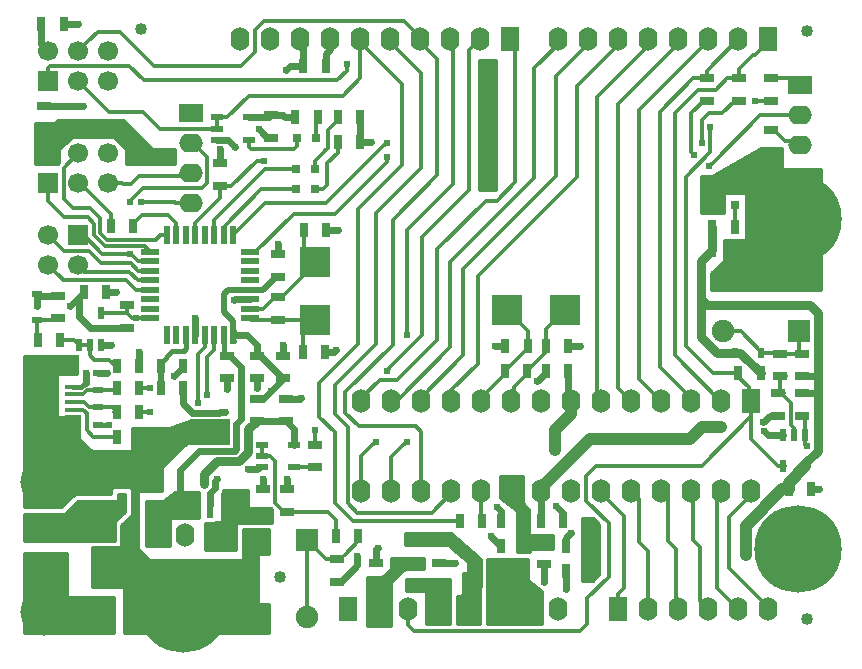
<source format=gtl>
G04 #@! TF.GenerationSoftware,KiCad,Pcbnew,(5.0.0-3-g5ebb6b6)*
G04 #@! TF.CreationDate,2018-09-25T22:11:26+10:00*
G04 #@! TF.ProjectId,arduinouno,61726475696E6F756E6F2E6B69636164,rev?*
G04 #@! TF.SameCoordinates,Original*
G04 #@! TF.FileFunction,Copper,L1,Top,Signal*
G04 #@! TF.FilePolarity,Positive*
%FSLAX46Y46*%
G04 Gerber Fmt 4.6, Leading zero omitted, Abs format (unit mm)*
G04 Created by KiCad (PCBNEW (5.0.0-3-g5ebb6b6)) date Tuesday, 25 September 2018 at 10:11:26 PM*
%MOMM*%
%LPD*%
G01*
G04 APERTURE LIST*
G04 #@! TA.AperFunction,ComponentPad*
%ADD10C,1.900000*%
G04 #@! TD*
G04 #@! TA.AperFunction,ComponentPad*
%ADD11R,1.900000X1.900000*%
G04 #@! TD*
G04 #@! TA.AperFunction,SMDPad,CuDef*
%ADD12R,1.300000X0.700000*%
G04 #@! TD*
G04 #@! TA.AperFunction,SMDPad,CuDef*
%ADD13R,2.600000X2.500000*%
G04 #@! TD*
G04 #@! TA.AperFunction,ComponentPad*
%ADD14O,1.600000X2.000000*%
G04 #@! TD*
G04 #@! TA.AperFunction,ComponentPad*
%ADD15R,1.600000X2.000000*%
G04 #@! TD*
G04 #@! TA.AperFunction,SMDPad,CuDef*
%ADD16R,1.600000X3.000000*%
G04 #@! TD*
G04 #@! TA.AperFunction,SMDPad,CuDef*
%ADD17R,0.700000X1.300000*%
G04 #@! TD*
G04 #@! TA.AperFunction,SMDPad,CuDef*
%ADD18R,0.800000X0.800000*%
G04 #@! TD*
G04 #@! TA.AperFunction,SMDPad,CuDef*
%ADD19R,0.830000X0.630000*%
G04 #@! TD*
G04 #@! TA.AperFunction,SMDPad,CuDef*
%ADD20R,0.630000X0.830000*%
G04 #@! TD*
G04 #@! TA.AperFunction,BGAPad,CuDef*
%ADD21C,1.016000*%
G04 #@! TD*
G04 #@! TA.AperFunction,ComponentPad*
%ADD22C,1.700000*%
G04 #@! TD*
G04 #@! TA.AperFunction,ComponentPad*
%ADD23R,1.700000X1.700000*%
G04 #@! TD*
G04 #@! TA.AperFunction,ComponentPad*
%ADD24O,2.000000X1.200000*%
G04 #@! TD*
G04 #@! TA.AperFunction,SMDPad,CuDef*
%ADD25R,1.900000X1.900000*%
G04 #@! TD*
G04 #@! TA.AperFunction,SMDPad,CuDef*
%ADD26R,1.400000X1.600000*%
G04 #@! TD*
G04 #@! TA.AperFunction,SMDPad,CuDef*
%ADD27R,1.350000X0.400000*%
G04 #@! TD*
G04 #@! TA.AperFunction,ComponentPad*
%ADD28C,4.000000*%
G04 #@! TD*
G04 #@! TA.AperFunction,ComponentPad*
%ADD29O,2.000000X1.600000*%
G04 #@! TD*
G04 #@! TA.AperFunction,ComponentPad*
%ADD30R,2.000000X1.600000*%
G04 #@! TD*
G04 #@! TA.AperFunction,SMDPad,CuDef*
%ADD31R,2.700000X2.000000*%
G04 #@! TD*
G04 #@! TA.AperFunction,ComponentPad*
%ADD32C,7.400000*%
G04 #@! TD*
G04 #@! TA.AperFunction,SMDPad,CuDef*
%ADD33R,0.550000X1.500000*%
G04 #@! TD*
G04 #@! TA.AperFunction,SMDPad,CuDef*
%ADD34R,1.500000X0.550000*%
G04 #@! TD*
G04 #@! TA.AperFunction,SMDPad,CuDef*
%ADD35R,3.500000X2.200000*%
G04 #@! TD*
G04 #@! TA.AperFunction,SMDPad,CuDef*
%ADD36R,0.600000X2.200000*%
G04 #@! TD*
G04 #@! TA.AperFunction,SMDPad,CuDef*
%ADD37R,1.100000X0.600000*%
G04 #@! TD*
G04 #@! TA.AperFunction,SMDPad,CuDef*
%ADD38R,0.600000X1.100000*%
G04 #@! TD*
G04 #@! TA.AperFunction,SMDPad,CuDef*
%ADD39R,2.500000X2.600000*%
G04 #@! TD*
G04 #@! TA.AperFunction,SMDPad,CuDef*
%ADD40R,0.900000X0.600000*%
G04 #@! TD*
G04 #@! TA.AperFunction,ViaPad*
%ADD41C,0.604800*%
G04 #@! TD*
G04 #@! TA.AperFunction,Conductor*
%ADD42C,0.600000*%
G04 #@! TD*
G04 #@! TA.AperFunction,Conductor*
%ADD43C,0.400000*%
G04 #@! TD*
G04 #@! TA.AperFunction,Conductor*
%ADD44C,0.500000*%
G04 #@! TD*
G04 #@! TA.AperFunction,Conductor*
%ADD45C,0.800000*%
G04 #@! TD*
G04 #@! TA.AperFunction,Conductor*
%ADD46C,1.000000*%
G04 #@! TD*
G04 #@! TA.AperFunction,Conductor*
%ADD47C,0.300000*%
G04 #@! TD*
G04 #@! TA.AperFunction,Conductor*
%ADD48C,0.254000*%
G04 #@! TD*
G04 APERTURE END LIST*
D10*
G04 #@! TO.P,SW2,3*
G04 #@! TO.N,GND*
X121550000Y-95750000D03*
D11*
G04 #@! TO.P,SW2,1*
G04 #@! TO.N,/USER_BUTTON*
X126050000Y-95750000D03*
D10*
G04 #@! TO.P,SW2,2*
X126050000Y-102250000D03*
G04 #@! TO.P,SW2,4*
G04 #@! TO.N,GND*
X121550000Y-102250000D03*
G04 #@! TD*
G04 #@! TO.P,SW1,3*
G04 #@! TO.N,GND*
X167750000Y-73550000D03*
D11*
G04 #@! TO.P,SW1,1*
G04 #@! TO.N,/BUTTON_RESETn*
X167750000Y-78050000D03*
D10*
G04 #@! TO.P,SW1,2*
X161250000Y-78050000D03*
G04 #@! TO.P,SW1,4*
G04 #@! TO.N,GND*
X161250000Y-73550000D03*
G04 #@! TD*
D12*
G04 #@! TO.P,C16,2*
G04 #@! TO.N,GND*
X137200000Y-97650000D03*
G04 #@! TO.P,C16,1*
G04 #@! TO.N,+3V3*
X137200000Y-99550000D03*
G04 #@! TD*
D13*
G04 #@! TO.P,Y2,2*
G04 #@! TO.N,/16U2_16MHZ_XTAL1*
X126700000Y-77100000D03*
G04 #@! TO.P,Y2,1*
G04 #@! TO.N,/16U2_16MHZ_XTAL2*
X126700000Y-72200000D03*
G04 #@! TD*
D14*
G04 #@! TO.P,J4,10*
G04 #@! TO.N,/AD5_SCL*
X120396000Y-53340000D03*
G04 #@! TO.P,J4,9*
G04 #@! TO.N,/AD4_SDA*
X122936000Y-53340000D03*
G04 #@! TO.P,J4,8*
G04 #@! TO.N,+AREF*
X125476000Y-53340000D03*
G04 #@! TO.P,J4,7*
G04 #@! TO.N,GND*
X128016000Y-53340000D03*
G04 #@! TO.P,J4,6*
G04 #@! TO.N,/SCK*
X130556000Y-53340000D03*
G04 #@! TO.P,J4,5*
G04 #@! TO.N,/MISO*
X133096000Y-53340000D03*
G04 #@! TO.P,J4,4*
G04 #@! TO.N,/MOSI*
X135636000Y-53340000D03*
G04 #@! TO.P,J4,3*
G04 #@! TO.N,/SS*
X138176000Y-53340000D03*
G04 #@! TO.P,J4,2*
G04 #@! TO.N,/IO9*
X140716000Y-53340000D03*
D15*
G04 #@! TO.P,J4,1*
G04 #@! TO.N,/IO8*
X143256000Y-53340000D03*
G04 #@! TD*
D14*
G04 #@! TO.P,U1,28*
G04 #@! TO.N,/AD5_SCL*
X163665000Y-91567000D03*
G04 #@! TO.P,U1,27*
G04 #@! TO.N,/AD4_SDA*
X161125000Y-91567000D03*
G04 #@! TO.P,U1,26*
G04 #@! TO.N,/AD3*
X158585000Y-91567000D03*
G04 #@! TO.P,U1,25*
G04 #@! TO.N,/AD2*
X156045000Y-91567000D03*
G04 #@! TO.P,U1,24*
G04 #@! TO.N,/AD1*
X153505000Y-91567000D03*
G04 #@! TO.P,U1,23*
G04 #@! TO.N,/AD0*
X150965000Y-91567000D03*
G04 #@! TO.P,U1,22*
G04 #@! TO.N,GND*
X148425000Y-91567000D03*
G04 #@! TO.P,U1,21*
G04 #@! TO.N,+AREF*
X145885000Y-91567000D03*
G04 #@! TO.P,U1,20*
G04 #@! TO.N,/+5_3V3_328P_AVCC*
X143345000Y-91567000D03*
G04 #@! TO.P,U1,19*
G04 #@! TO.N,/SCK_R*
X140805000Y-91567000D03*
G04 #@! TO.P,U1,18*
G04 #@! TO.N,/MISO*
X138265000Y-91567000D03*
G04 #@! TO.P,U1,17*
G04 #@! TO.N,/MOSI*
X135725000Y-91567000D03*
G04 #@! TO.P,U1,16*
G04 #@! TO.N,/SS*
X133185000Y-91567000D03*
G04 #@! TO.P,U1,15*
G04 #@! TO.N,/IO9*
X130645000Y-91567000D03*
G04 #@! TO.P,U1,14*
G04 #@! TO.N,/IO8*
X130645000Y-83947000D03*
G04 #@! TO.P,U1,13*
G04 #@! TO.N,/IO7*
X133185000Y-83947000D03*
G04 #@! TO.P,U1,12*
G04 #@! TO.N,/IO6*
X135725000Y-83947000D03*
G04 #@! TO.P,U1,11*
G04 #@! TO.N,/IO5*
X138265000Y-83947000D03*
G04 #@! TO.P,U1,10*
G04 #@! TO.N,/328P_16MHZ_XTAL1*
X140805000Y-83947000D03*
G04 #@! TO.P,U1,9*
G04 #@! TO.N,/328P_16MHZ_XTAL2*
X143345000Y-83947000D03*
G04 #@! TO.P,U1,8*
G04 #@! TO.N,GND*
X145885000Y-83947000D03*
G04 #@! TO.P,U1,7*
G04 #@! TO.N,/+5_3V3_328P_VCC*
X148425000Y-83947000D03*
G04 #@! TO.P,U1,6*
G04 #@! TO.N,/IO4*
X150965000Y-83947000D03*
G04 #@! TO.P,U1,5*
G04 #@! TO.N,/IO3*
X153505000Y-83947000D03*
G04 #@! TO.P,U1,4*
G04 #@! TO.N,/IO2*
X156045000Y-83947000D03*
G04 #@! TO.P,U1,3*
G04 #@! TO.N,/IO1*
X158585000Y-83947000D03*
G04 #@! TO.P,U1,2*
G04 #@! TO.N,/IO0*
X161125000Y-83947000D03*
D15*
G04 #@! TO.P,U1,1*
G04 #@! TO.N,/328P_RESETn*
X163665000Y-83947000D03*
G04 #@! TD*
D16*
G04 #@! TO.P,C1,2*
G04 #@! TO.N,GND*
X108800000Y-89950000D03*
G04 #@! TO.P,C1,1*
G04 #@! TO.N,/+5V_USB*
X108800000Y-94050000D03*
G04 #@! TD*
G04 #@! TO.P,C2,2*
G04 #@! TO.N,GND*
X108800000Y-98050000D03*
G04 #@! TO.P,C2,1*
G04 #@! TO.N,+5V*
X108800000Y-102150000D03*
G04 #@! TD*
D12*
G04 #@! TO.P,C3,2*
G04 #@! TO.N,GND*
X124000000Y-80150000D03*
G04 #@! TO.P,C3,1*
G04 #@! TO.N,/+5_3V3_16U2*
X124000000Y-82050000D03*
G04 #@! TD*
G04 #@! TO.P,C4,2*
G04 #@! TO.N,GND*
X121800000Y-82050000D03*
G04 #@! TO.P,C4,1*
G04 #@! TO.N,/+5_3V3_16U2*
X121800000Y-80150000D03*
G04 #@! TD*
G04 #@! TO.P,C5,2*
G04 #@! TO.N,GND*
X123625000Y-71550000D03*
G04 #@! TO.P,C5,1*
G04 #@! TO.N,/+5_3V3_16U2*
X123625000Y-73450000D03*
G04 #@! TD*
G04 #@! TO.P,C6,2*
G04 #@! TO.N,GND*
X119250000Y-82050000D03*
G04 #@! TO.P,C6,1*
G04 #@! TO.N,+5V*
X119250000Y-80150000D03*
G04 #@! TD*
D17*
G04 #@! TO.P,C7,2*
G04 #@! TO.N,/+3V3_16U2_UCAP*
X113650000Y-81000000D03*
G04 #@! TO.P,C7,1*
G04 #@! TO.N,GND*
X115550000Y-81000000D03*
G04 #@! TD*
D12*
G04 #@! TO.P,C8,2*
G04 #@! TO.N,GND*
X103800000Y-58950000D03*
G04 #@! TO.P,C8,1*
G04 #@! TO.N,+5V_3V3*
X103800000Y-60850000D03*
G04 #@! TD*
D17*
G04 #@! TO.P,C9,2*
G04 #@! TO.N,/16U2_16MHZ_XTAL2*
X125775000Y-69475000D03*
G04 #@! TO.P,C9,1*
G04 #@! TO.N,GND*
X127675000Y-69475000D03*
G04 #@! TD*
G04 #@! TO.P,C10,2*
G04 #@! TO.N,/16U2_16MHZ_XTAL1*
X125675000Y-79800000D03*
G04 #@! TO.P,C10,1*
G04 #@! TO.N,GND*
X127575000Y-79800000D03*
G04 #@! TD*
D12*
G04 #@! TO.P,C11,2*
G04 #@! TO.N,Net-(C11-Pad2)*
X165300000Y-56650000D03*
G04 #@! TO.P,C11,1*
G04 #@! TO.N,/328P_AUTORESETn*
X165300000Y-58550000D03*
G04 #@! TD*
G04 #@! TO.P,C12,2*
G04 #@! TO.N,GND*
X113100000Y-90950000D03*
G04 #@! TO.P,C12,1*
G04 #@! TO.N,+5V*
X113100000Y-92850000D03*
G04 #@! TD*
G04 #@! TO.P,C13,2*
G04 #@! TO.N,GND*
X122300000Y-91450000D03*
G04 #@! TO.P,C13,1*
G04 #@! TO.N,+3V3*
X122300000Y-93350000D03*
G04 #@! TD*
D17*
G04 #@! TO.P,C14,2*
G04 #@! TO.N,GND*
X141950000Y-99300000D03*
G04 #@! TO.P,C14,1*
G04 #@! TO.N,+5V*
X140050000Y-99300000D03*
G04 #@! TD*
D12*
G04 #@! TO.P,C15,2*
G04 #@! TO.N,GND*
X131900000Y-97650000D03*
G04 #@! TO.P,C15,1*
G04 #@! TO.N,+5V_3V3*
X131900000Y-99550000D03*
G04 #@! TD*
D17*
G04 #@! TO.P,C17,2*
G04 #@! TO.N,GND*
X105450000Y-52000000D03*
G04 #@! TO.P,C17,1*
G04 #@! TO.N,+5V_3V3*
X103550000Y-52000000D03*
G04 #@! TD*
G04 #@! TO.P,C19,2*
G04 #@! TO.N,GND*
X147950000Y-96225000D03*
G04 #@! TO.P,C19,1*
G04 #@! TO.N,/+5_3V3_328P_VCC*
X149850000Y-96225000D03*
G04 #@! TD*
G04 #@! TO.P,C20,2*
G04 #@! TO.N,GND*
X146250000Y-81400000D03*
G04 #@! TO.P,C20,1*
G04 #@! TO.N,/+5_3V3_328P_VCC*
X148150000Y-81400000D03*
G04 #@! TD*
G04 #@! TO.P,C21,2*
G04 #@! TO.N,GND*
X127650000Y-55600000D03*
G04 #@! TO.P,C21,1*
G04 #@! TO.N,+AREF*
X125750000Y-55600000D03*
G04 #@! TD*
G04 #@! TO.P,C22,2*
G04 #@! TO.N,GND*
X142450000Y-96200000D03*
G04 #@! TO.P,C22,1*
G04 #@! TO.N,/+5_3V3_328P_AVCC*
X144350000Y-96200000D03*
G04 #@! TD*
G04 #@! TO.P,C23,2*
G04 #@! TO.N,GND*
X142450000Y-94100000D03*
G04 #@! TO.P,C23,1*
G04 #@! TO.N,/+5_3V3_328P_AVCC*
X144350000Y-94100000D03*
G04 #@! TD*
G04 #@! TO.P,C24,2*
G04 #@! TO.N,GND*
X147750000Y-94100000D03*
G04 #@! TO.P,C24,1*
G04 #@! TO.N,+AREF*
X145850000Y-94100000D03*
G04 #@! TD*
G04 #@! TO.P,C25,2*
G04 #@! TO.N,/328P_16MHZ_XTAL2*
X146250000Y-79300000D03*
G04 #@! TO.P,C25,1*
G04 #@! TO.N,GND*
X148150000Y-79300000D03*
G04 #@! TD*
D12*
G04 #@! TO.P,C26,2*
G04 #@! TO.N,GND*
X123000000Y-61650000D03*
G04 #@! TO.P,C26,1*
G04 #@! TO.N,+5V_3V3*
X123000000Y-59750000D03*
G04 #@! TD*
D17*
G04 #@! TO.P,C27,2*
G04 #@! TO.N,/328P_16MHZ_XTAL1*
X144750000Y-79300000D03*
G04 #@! TO.P,C27,1*
G04 #@! TO.N,GND*
X142850000Y-79300000D03*
G04 #@! TD*
G04 #@! TO.P,C28,2*
G04 #@! TO.N,GND*
X168750000Y-91400000D03*
G04 #@! TO.P,C28,1*
G04 #@! TO.N,+5V_3V3*
X166850000Y-91400000D03*
G04 #@! TD*
D12*
G04 #@! TO.P,C29,2*
G04 #@! TO.N,GND*
X124300000Y-83750000D03*
G04 #@! TO.P,C29,1*
G04 #@! TO.N,+5V_3V3*
X124300000Y-85650000D03*
G04 #@! TD*
D17*
G04 #@! TO.P,C30,2*
G04 #@! TO.N,GND*
X109050000Y-74750000D03*
G04 #@! TO.P,C30,1*
G04 #@! TO.N,+5V_3V3*
X107150000Y-74750000D03*
G04 #@! TD*
G04 #@! TO.P,C31,2*
G04 #@! TO.N,GND*
X111850000Y-81000000D03*
G04 #@! TO.P,C31,1*
G04 #@! TO.N,/16U2_BUF_RESETn*
X109950000Y-81000000D03*
G04 #@! TD*
D12*
G04 #@! TO.P,C32,2*
G04 #@! TO.N,GND*
X165900000Y-85200000D03*
G04 #@! TO.P,C32,1*
G04 #@! TO.N,/328P_BUF_RESETn*
X165900000Y-83300000D03*
G04 #@! TD*
G04 #@! TO.P,C33,2*
G04 #@! TO.N,GND*
X124400000Y-91450000D03*
G04 #@! TO.P,C33,1*
G04 #@! TO.N,/USER_BUTTON_BUF*
X124400000Y-93350000D03*
G04 #@! TD*
D17*
G04 #@! TO.P,C34,2*
G04 #@! TO.N,GND*
X162250000Y-71200000D03*
G04 #@! TO.P,C34,1*
G04 #@! TO.N,+5V_3V3*
X160350000Y-71200000D03*
G04 #@! TD*
D18*
G04 #@! TO.P,D1,1*
G04 #@! TO.N,GND*
X160700000Y-67400000D03*
G04 #@! TO.P,D1,2*
G04 #@! TO.N,Net-(D1-Pad2)*
X162300000Y-67400000D03*
G04 #@! TD*
G04 #@! TO.P,D2,1*
G04 #@! TO.N,Net-(D2-Pad1)*
X125200000Y-61700000D03*
G04 #@! TO.P,D2,2*
G04 #@! TO.N,Net-(D2-Pad2)*
X126800000Y-61700000D03*
G04 #@! TD*
G04 #@! TO.P,D3,1*
G04 #@! TO.N,/16U2_TX_LED*
X125100000Y-64300000D03*
G04 #@! TO.P,D3,2*
G04 #@! TO.N,Net-(D3-Pad2)*
X126700000Y-64300000D03*
G04 #@! TD*
G04 #@! TO.P,D4,1*
G04 #@! TO.N,/16U2_RX_LED*
X125100000Y-66000000D03*
G04 #@! TO.P,D4,2*
G04 #@! TO.N,Net-(D4-Pad2)*
X126700000Y-66000000D03*
G04 #@! TD*
D19*
G04 #@! TO.P,D5,2*
G04 #@! TO.N,Net-(D5-Pad2)*
X103200000Y-77115000D03*
G04 #@! TO.P,D5,1*
G04 #@! TO.N,+5V_3V3*
X103200000Y-74885000D03*
G04 #@! TD*
D20*
G04 #@! TO.P,D6,2*
G04 #@! TO.N,/BUTTON_RESETn*
X164515000Y-79900000D03*
G04 #@! TO.P,D6,1*
G04 #@! TO.N,+5V_3V3*
X162285000Y-79900000D03*
G04 #@! TD*
D12*
G04 #@! TO.P,FB1,2*
G04 #@! TO.N,/+5_3V3_16U2*
X121800000Y-83750000D03*
G04 #@! TO.P,FB1,1*
G04 #@! TO.N,+5V_3V3*
X121800000Y-85650000D03*
G04 #@! TD*
D17*
G04 #@! TO.P,FB2,2*
G04 #@! TO.N,/+5_3V3_328P_VCC*
X149850000Y-98325000D03*
G04 #@! TO.P,FB2,1*
G04 #@! TO.N,+5V_3V3*
X147950000Y-98325000D03*
G04 #@! TD*
D12*
G04 #@! TO.P,FB3,2*
G04 #@! TO.N,/+5_3V3_328P_AVCC*
X146150000Y-95900000D03*
G04 #@! TO.P,FB3,1*
G04 #@! TO.N,+5V_3V3*
X146150000Y-97800000D03*
G04 #@! TD*
D21*
G04 #@! TO.P,FID1,1*
G04 #@! TO.N,N/C*
X168400000Y-102400000D03*
G04 #@! TD*
G04 #@! TO.P,FID2,1*
G04 #@! TO.N,N/C*
X168400000Y-52600000D03*
G04 #@! TD*
G04 #@! TO.P,FID3,1*
G04 #@! TO.N,N/C*
X112000000Y-52500000D03*
G04 #@! TD*
G04 #@! TO.P,FID4,1*
G04 #@! TO.N,N/C*
X123800000Y-98900000D03*
G04 #@! TD*
D15*
G04 #@! TO.P,J1,1*
G04 #@! TO.N,Net-(J1-Pad1)*
X129540000Y-101600000D03*
D14*
G04 #@! TO.P,J1,2*
G04 #@! TO.N,+5V_3V3*
X132080000Y-101600000D03*
G04 #@! TO.P,J1,3*
G04 #@! TO.N,/328P_RESETn*
X134620000Y-101600000D03*
G04 #@! TO.P,J1,4*
G04 #@! TO.N,+3V3*
X137160000Y-101600000D03*
G04 #@! TO.P,J1,5*
G04 #@! TO.N,+5V*
X139700000Y-101600000D03*
G04 #@! TO.P,J1,6*
G04 #@! TO.N,GND*
X142240000Y-101600000D03*
G04 #@! TO.P,J1,7*
X144780000Y-101600000D03*
G04 #@! TO.P,J1,8*
G04 #@! TO.N,Net-(J1-Pad8)*
X147320000Y-101600000D03*
G04 #@! TD*
G04 #@! TO.P,J2,6*
G04 #@! TO.N,/AD5_SCL*
X165100000Y-101600000D03*
G04 #@! TO.P,J2,5*
G04 #@! TO.N,/AD4_SDA*
X162560000Y-101600000D03*
G04 #@! TO.P,J2,4*
G04 #@! TO.N,/AD3*
X160020000Y-101600000D03*
G04 #@! TO.P,J2,3*
G04 #@! TO.N,/AD2*
X157480000Y-101600000D03*
G04 #@! TO.P,J2,2*
G04 #@! TO.N,/AD1*
X154940000Y-101600000D03*
D15*
G04 #@! TO.P,J2,1*
G04 #@! TO.N,/AD0*
X152400000Y-101600000D03*
G04 #@! TD*
G04 #@! TO.P,J3,1*
G04 #@! TO.N,/IO0*
X165100000Y-53340000D03*
D14*
G04 #@! TO.P,J3,2*
G04 #@! TO.N,/IO1*
X162560000Y-53340000D03*
G04 #@! TO.P,J3,3*
G04 #@! TO.N,/IO2*
X160020000Y-53340000D03*
G04 #@! TO.P,J3,4*
G04 #@! TO.N,/IO3*
X157480000Y-53340000D03*
G04 #@! TO.P,J3,5*
G04 #@! TO.N,/IO4*
X154940000Y-53340000D03*
G04 #@! TO.P,J3,6*
G04 #@! TO.N,/IO5*
X152400000Y-53340000D03*
G04 #@! TO.P,J3,7*
G04 #@! TO.N,/IO6*
X149860000Y-53340000D03*
G04 #@! TO.P,J3,8*
G04 #@! TO.N,/IO7*
X147320000Y-53340000D03*
G04 #@! TD*
D22*
G04 #@! TO.P,J5,5*
G04 #@! TO.N,/328P_RESETn*
X109220000Y-56896000D03*
G04 #@! TO.P,J5,6*
G04 #@! TO.N,GND*
X109220000Y-54356000D03*
G04 #@! TO.P,J5,3*
G04 #@! TO.N,/SCK*
X106680000Y-56896000D03*
G04 #@! TO.P,J5,4*
G04 #@! TO.N,/MOSI*
X106680000Y-54356000D03*
D23*
G04 #@! TO.P,J5,1*
G04 #@! TO.N,/MISO*
X104140000Y-56896000D03*
D22*
G04 #@! TO.P,J5,2*
G04 #@! TO.N,+5V_3V3*
X104140000Y-54356000D03*
G04 #@! TD*
G04 #@! TO.P,J6,5*
G04 #@! TO.N,/16U2_HDR_RESETn*
X109220000Y-65532000D03*
G04 #@! TO.P,J6,6*
G04 #@! TO.N,GND*
X109220000Y-62992000D03*
G04 #@! TO.P,J6,3*
G04 #@! TO.N,/16U2_SCLK*
X106680000Y-65532000D03*
G04 #@! TO.P,J6,4*
G04 #@! TO.N,/16U2_MOSI*
X106680000Y-62992000D03*
D23*
G04 #@! TO.P,J6,1*
G04 #@! TO.N,/16U2_MISO*
X104140000Y-65532000D03*
D22*
G04 #@! TO.P,J6,2*
G04 #@! TO.N,+5V_3V3*
X104140000Y-62992000D03*
G04 #@! TD*
D24*
G04 #@! TO.P,J7,11*
G04 #@! TO.N,GND*
X103600000Y-87340000D03*
G04 #@! TO.P,J7,10*
X103600000Y-80740000D03*
D25*
G04 #@! TO.P,J7,9*
X103600000Y-85290000D03*
G04 #@! TO.P,J7,8*
X103600000Y-82790000D03*
D26*
G04 #@! TO.P,J7,7*
X106050000Y-87240000D03*
G04 #@! TO.P,J7,6*
X106050000Y-80840000D03*
D27*
G04 #@! TO.P,J7,5*
X106275000Y-85340000D03*
G04 #@! TO.P,J7,4*
G04 #@! TO.N,Net-(J7-Pad4)*
X106275000Y-84690000D03*
G04 #@! TO.P,J7,1*
G04 #@! TO.N,/+5V_USB*
X106275000Y-82740000D03*
G04 #@! TO.P,J7,2*
G04 #@! TO.N,/CON_USB_N*
X106275000Y-83390000D03*
G04 #@! TO.P,J7,3*
G04 #@! TO.N,/CON_USB_P*
X106275000Y-84040000D03*
G04 #@! TD*
D28*
G04 #@! TO.P,J8,1*
G04 #@! TO.N,+5V*
X103800000Y-101800000D03*
G04 #@! TD*
G04 #@! TO.P,J9,1*
G04 #@! TO.N,GND*
X103800000Y-90800000D03*
G04 #@! TD*
D29*
G04 #@! TO.P,JP1,3*
G04 #@! TO.N,Net-(JP1-Pad3)*
X167800000Y-62320000D03*
G04 #@! TO.P,JP1,2*
G04 #@! TO.N,/16U2PROG_328P_RESETn*
X167800000Y-59780000D03*
D30*
G04 #@! TO.P,JP1,1*
G04 #@! TO.N,Net-(C11-Pad2)*
X167800000Y-57240000D03*
G04 #@! TD*
D22*
G04 #@! TO.P,JP2,3*
G04 #@! TO.N,/16U2_PB5*
X104140000Y-69939916D03*
G04 #@! TO.P,JP2,4*
G04 #@! TO.N,/16U2_PB7*
X104140000Y-72479916D03*
D23*
G04 #@! TO.P,JP2,1*
G04 #@! TO.N,/16U2_PB4*
X106680000Y-69939916D03*
D22*
G04 #@! TO.P,JP2,2*
G04 #@! TO.N,/16U2_PB6*
X106680000Y-72479916D03*
G04 #@! TD*
D29*
G04 #@! TO.P,JP3,4*
G04 #@! TO.N,/16U2_RESETn*
X116200000Y-67160000D03*
G04 #@! TO.P,JP3,3*
G04 #@! TO.N,/16U2_HDR_RESETn*
X116200000Y-64620000D03*
G04 #@! TO.P,JP3,2*
G04 #@! TO.N,/16U2_PB4*
X116200000Y-62080000D03*
D30*
G04 #@! TO.P,JP3,1*
G04 #@! TO.N,/328P_RESETn*
X116200000Y-59540000D03*
G04 #@! TD*
D14*
G04 #@! TO.P,JP4,3*
G04 #@! TO.N,+3V3*
X118300000Y-95340000D03*
G04 #@! TO.P,JP4,2*
G04 #@! TO.N,+5V_3V3*
X115760000Y-95340000D03*
D15*
G04 #@! TO.P,JP4,1*
G04 #@! TO.N,+5V*
X113220000Y-95340000D03*
G04 #@! TD*
D31*
G04 #@! TO.P,L1,2*
G04 #@! TO.N,+5V*
X103700000Y-97900000D03*
G04 #@! TO.P,L1,1*
G04 #@! TO.N,/+5V_USB*
X103700000Y-94700000D03*
G04 #@! TD*
D32*
G04 #@! TO.P,MH1,1*
G04 #@! TO.N,GND*
X115570000Y-101600000D03*
G04 #@! TD*
G04 #@! TO.P,MH2,1*
G04 #@! TO.N,GND*
X167640000Y-96520000D03*
G04 #@! TD*
G04 #@! TO.P,MH3,1*
G04 #@! TO.N,GND*
X167640000Y-68580000D03*
G04 #@! TD*
D12*
G04 #@! TO.P,R1,2*
G04 #@! TO.N,/16U2PROG_328P_RESETn*
X118700000Y-65750000D03*
G04 #@! TO.P,R1,1*
G04 #@! TO.N,+5V_3V3*
X118700000Y-63850000D03*
G04 #@! TD*
D17*
G04 #@! TO.P,R2,2*
G04 #@! TO.N,Net-(D3-Pad2)*
X128650000Y-59900000D03*
G04 #@! TO.P,R2,1*
G04 #@! TO.N,+5V_3V3*
X130550000Y-59900000D03*
G04 #@! TD*
G04 #@! TO.P,R3,2*
G04 #@! TO.N,Net-(D4-Pad2)*
X128650000Y-62000000D03*
G04 #@! TO.P,R3,1*
G04 #@! TO.N,+5V_3V3*
X130550000Y-62000000D03*
G04 #@! TD*
D12*
G04 #@! TO.P,R4,2*
G04 #@! TO.N,/16U2_RESETn*
X110800000Y-75850000D03*
G04 #@! TO.P,R4,1*
G04 #@! TO.N,+5V_3V3*
X110800000Y-77750000D03*
G04 #@! TD*
D17*
G04 #@! TO.P,R5,2*
G04 #@! TO.N,/16U2_SCLK*
X109450000Y-69100000D03*
G04 #@! TO.P,R5,1*
G04 #@! TO.N,/16U2_SCLK_R*
X111350000Y-69100000D03*
G04 #@! TD*
G04 #@! TO.P,R6,2*
G04 #@! TO.N,/USB_N*
X111850000Y-82900000D03*
G04 #@! TO.P,R6,1*
G04 #@! TO.N,/CON_USB_N*
X109950000Y-82900000D03*
G04 #@! TD*
G04 #@! TO.P,R7,2*
G04 #@! TO.N,/USB_P*
X111850000Y-84900000D03*
G04 #@! TO.P,R7,1*
G04 #@! TO.N,/CON_USB_P*
X109950000Y-84900000D03*
G04 #@! TD*
G04 #@! TO.P,R8,2*
G04 #@! TO.N,GND*
X111850000Y-87000000D03*
G04 #@! TO.P,R8,1*
G04 #@! TO.N,Net-(J7-Pad4)*
X109950000Y-87000000D03*
G04 #@! TD*
D12*
G04 #@! TO.P,R9,2*
G04 #@! TO.N,/16U2_16MHZ_XTAL1*
X123625000Y-77075000D03*
G04 #@! TO.P,R9,1*
G04 #@! TO.N,/16U2_16MHZ_XTAL2*
X123625000Y-75175000D03*
G04 #@! TD*
G04 #@! TO.P,R10,2*
G04 #@! TO.N,/IO0*
X162600000Y-56650000D03*
G04 #@! TO.P,R10,1*
G04 #@! TO.N,/16U2_TXD*
X162600000Y-58550000D03*
G04 #@! TD*
G04 #@! TO.P,R11,2*
G04 #@! TO.N,/IO1*
X159900000Y-56650000D03*
G04 #@! TO.P,R11,1*
G04 #@! TO.N,/16U2_RXD*
X159900000Y-58550000D03*
G04 #@! TD*
G04 #@! TO.P,R12,2*
G04 #@! TO.N,Net-(JP1-Pad3)*
X165300000Y-61050000D03*
G04 #@! TO.P,R12,1*
G04 #@! TO.N,GND*
X165300000Y-62950000D03*
G04 #@! TD*
D17*
G04 #@! TO.P,R13,2*
G04 #@! TO.N,/SCK*
X139000000Y-94125000D03*
G04 #@! TO.P,R13,1*
G04 #@! TO.N,/SCK_R*
X140900000Y-94125000D03*
G04 #@! TD*
G04 #@! TO.P,R14,2*
G04 #@! TO.N,/328P_RESETn*
X162550000Y-81600000D03*
G04 #@! TO.P,R14,1*
G04 #@! TO.N,+5V_3V3*
X164450000Y-81600000D03*
G04 #@! TD*
G04 #@! TO.P,R15,2*
G04 #@! TO.N,Net-(D2-Pad2)*
X126950000Y-59900000D03*
G04 #@! TO.P,R15,1*
G04 #@! TO.N,+5V_3V3*
X125050000Y-59900000D03*
G04 #@! TD*
G04 #@! TO.P,R16,2*
G04 #@! TO.N,/328P_16MHZ_XTAL1*
X142800000Y-81400000D03*
G04 #@! TO.P,R16,1*
G04 #@! TO.N,/328P_16MHZ_XTAL2*
X144700000Y-81400000D03*
G04 #@! TD*
G04 #@! TO.P,R17,2*
G04 #@! TO.N,Net-(D1-Pad2)*
X162250000Y-69200000D03*
G04 #@! TO.P,R17,1*
G04 #@! TO.N,+5V_3V3*
X160350000Y-69200000D03*
G04 #@! TD*
D12*
G04 #@! TO.P,R18,2*
G04 #@! TO.N,/328P_AUTORESETn*
X168000000Y-85200000D03*
G04 #@! TO.P,R18,1*
G04 #@! TO.N,+5V_3V3*
X168000000Y-83300000D03*
G04 #@! TD*
G04 #@! TO.P,R19,2*
G04 #@! TO.N,Net-(D5-Pad2)*
X105000000Y-76950000D03*
G04 #@! TO.P,R19,1*
G04 #@! TO.N,+5V_3V3*
X105000000Y-75050000D03*
G04 #@! TD*
G04 #@! TO.P,R20,2*
G04 #@! TO.N,/BUTTON_RESETn*
X168000000Y-79950000D03*
G04 #@! TO.P,R20,1*
G04 #@! TO.N,+5V_3V3*
X168000000Y-81850000D03*
G04 #@! TD*
G04 #@! TO.P,R21,2*
G04 #@! TO.N,/USER_BUTTON*
X128600000Y-97350000D03*
G04 #@! TO.P,R21,1*
G04 #@! TO.N,+5V_3V3*
X128600000Y-99250000D03*
G04 #@! TD*
G04 #@! TO.P,R22,2*
G04 #@! TO.N,/IO8*
X126700000Y-87650000D03*
G04 #@! TO.P,R22,1*
G04 #@! TO.N,Net-(R22-Pad1)*
X126700000Y-89550000D03*
G04 #@! TD*
D17*
G04 #@! TO.P,R23,2*
G04 #@! TO.N,/16U2_BUF_RESETn*
X105150000Y-78800000D03*
G04 #@! TO.P,R23,1*
G04 #@! TO.N,Net-(D5-Pad2)*
X103250000Y-78800000D03*
G04 #@! TD*
D12*
G04 #@! TO.P,R24,2*
G04 #@! TO.N,/328P_BUF_RESETn*
X166100000Y-81850000D03*
G04 #@! TO.P,R24,1*
G04 #@! TO.N,/BUTTON_RESETn*
X166100000Y-79950000D03*
G04 #@! TD*
D17*
G04 #@! TO.P,R25,2*
G04 #@! TO.N,/USER_BUTTON_BUF*
X128500000Y-95400000D03*
G04 #@! TO.P,R25,1*
G04 #@! TO.N,/USER_BUTTON*
X130400000Y-95400000D03*
G04 #@! TD*
G04 #@! TO.P,R26,2*
G04 #@! TO.N,/+3V3_16U2_UCAP*
X113650000Y-82900000D03*
G04 #@! TO.P,R26,1*
G04 #@! TO.N,/+5_3V3_16U2*
X115550000Y-82900000D03*
G04 #@! TD*
D12*
G04 #@! TO.P,R27,2*
G04 #@! TO.N,+5V_3V3*
X135100000Y-97650000D03*
G04 #@! TO.P,R27,1*
G04 #@! TO.N,+5V*
X135100000Y-95750000D03*
G04 #@! TD*
G04 #@! TO.P,R28,2*
G04 #@! TO.N,+3V3*
X135100000Y-99550000D03*
G04 #@! TO.P,R28,1*
G04 #@! TO.N,+5V_3V3*
X135100000Y-97650000D03*
G04 #@! TD*
D33*
G04 #@! TO.P,U2,32*
G04 #@! TO.N,/+5_3V3_16U2*
X119800000Y-78340000D03*
G04 #@! TO.P,U2,31*
G04 #@! TO.N,+5V*
X119000000Y-78340000D03*
G04 #@! TO.P,U2,30*
G04 #@! TO.N,/USB_N*
X118200000Y-78340000D03*
G04 #@! TO.P,U2,29*
G04 #@! TO.N,/USB_P*
X117400000Y-78340000D03*
G04 #@! TO.P,U2,28*
G04 #@! TO.N,GND*
X116600000Y-78340000D03*
G04 #@! TO.P,U2,27*
G04 #@! TO.N,/+3V3_16U2_UCAP*
X115800000Y-78340000D03*
G04 #@! TO.P,U2,26*
G04 #@! TO.N,Net-(U2-Pad26)*
X115000000Y-78340000D03*
G04 #@! TO.P,U2,25*
G04 #@! TO.N,Net-(U2-Pad25)*
X114200000Y-78340000D03*
D34*
G04 #@! TO.P,U2,24*
G04 #@! TO.N,/16U2_RESETn*
X112800000Y-76940000D03*
G04 #@! TO.P,U2,23*
G04 #@! TO.N,Net-(U2-Pad23)*
X112800000Y-76140000D03*
G04 #@! TO.P,U2,22*
G04 #@! TO.N,Net-(U2-Pad22)*
X112800000Y-75340000D03*
G04 #@! TO.P,U2,21*
G04 #@! TO.N,/16U2_PB7*
X112800000Y-74540000D03*
G04 #@! TO.P,U2,20*
G04 #@! TO.N,/16U2_PB6*
X112800000Y-73740000D03*
G04 #@! TO.P,U2,19*
G04 #@! TO.N,/16U2_PB5*
X112800000Y-72940000D03*
G04 #@! TO.P,U2,18*
G04 #@! TO.N,/16U2_PB4*
X112800000Y-72140000D03*
G04 #@! TO.P,U2,17*
G04 #@! TO.N,/16U2_MISO*
X112800000Y-71340000D03*
D33*
G04 #@! TO.P,U2,16*
G04 #@! TO.N,/16U2_MOSI*
X114200000Y-69940000D03*
G04 #@! TO.P,U2,15*
G04 #@! TO.N,/16U2_SCLK_R*
X115000000Y-69940000D03*
G04 #@! TO.P,U2,14*
G04 #@! TO.N,Net-(U2-Pad14)*
X115800000Y-69940000D03*
G04 #@! TO.P,U2,13*
G04 #@! TO.N,/16U2PROG_328P_RESETn*
X116600000Y-69940000D03*
G04 #@! TO.P,U2,12*
G04 #@! TO.N,Net-(U2-Pad12)*
X117400000Y-69940000D03*
G04 #@! TO.P,U2,11*
G04 #@! TO.N,/16U2_TX_LED*
X118200000Y-69940000D03*
G04 #@! TO.P,U2,10*
G04 #@! TO.N,/16U2_RX_LED*
X119000000Y-69940000D03*
G04 #@! TO.P,U2,9*
G04 #@! TO.N,/16U2_TXD*
X119800000Y-69940000D03*
D34*
G04 #@! TO.P,U2,8*
G04 #@! TO.N,/16U2_RXD*
X121200000Y-71340000D03*
G04 #@! TO.P,U2,7*
G04 #@! TO.N,Net-(U2-Pad7)*
X121200000Y-72140000D03*
G04 #@! TO.P,U2,6*
G04 #@! TO.N,Net-(U2-Pad6)*
X121200000Y-72940000D03*
G04 #@! TO.P,U2,5*
G04 #@! TO.N,Net-(U2-Pad5)*
X121200000Y-73740000D03*
G04 #@! TO.P,U2,4*
G04 #@! TO.N,/+5_3V3_16U2*
X121200000Y-74540000D03*
G04 #@! TO.P,U2,3*
G04 #@! TO.N,GND*
X121200000Y-75340000D03*
G04 #@! TO.P,U2,2*
G04 #@! TO.N,/16U2_16MHZ_XTAL2*
X121200000Y-76140000D03*
G04 #@! TO.P,U2,1*
G04 #@! TO.N,/16U2_16MHZ_XTAL1*
X121200000Y-76940000D03*
G04 #@! TD*
D35*
G04 #@! TO.P,U3,6*
G04 #@! TO.N,GND*
X117800000Y-86550000D03*
D36*
G04 #@! TO.P,U3,5*
G04 #@! TO.N,+3V3*
X120340000Y-92750000D03*
G04 #@! TO.P,U3,4*
X119070000Y-92750000D03*
G04 #@! TO.P,U3,1*
G04 #@! TO.N,+5V*
X115260000Y-92750000D03*
G04 #@! TO.P,U3,2*
X116530000Y-92750000D03*
G04 #@! TO.P,U3,3*
G04 #@! TO.N,GND*
X117800000Y-92750000D03*
G04 #@! TD*
D37*
G04 #@! TO.P,U4,3*
G04 #@! TO.N,GND*
X118450000Y-61850000D03*
G04 #@! TO.P,U4,4*
G04 #@! TO.N,Net-(D2-Pad1)*
X121150000Y-61850000D03*
G04 #@! TO.P,U4,2*
G04 #@! TO.N,/SCK*
X118450000Y-60900000D03*
G04 #@! TO.P,U4,1*
X118450000Y-59950000D03*
G04 #@! TO.P,U4,5*
G04 #@! TO.N,+5V_3V3*
X121150000Y-59950000D03*
G04 #@! TD*
D38*
G04 #@! TO.P,U5,3*
G04 #@! TO.N,GND*
X108650000Y-79250000D03*
G04 #@! TO.P,U5,4*
G04 #@! TO.N,/16U2_RESETn*
X108650000Y-76550000D03*
G04 #@! TO.P,U5,2*
G04 #@! TO.N,/16U2_BUF_RESETn*
X107700000Y-79250000D03*
G04 #@! TO.P,U5,1*
X106750000Y-79250000D03*
G04 #@! TO.P,U5,5*
G04 #@! TO.N,+5V_3V3*
X106750000Y-76550000D03*
G04 #@! TD*
G04 #@! TO.P,U6,3*
G04 #@! TO.N,GND*
X166350000Y-86800000D03*
G04 #@! TO.P,U6,4*
G04 #@! TO.N,/328P_RESETn*
X166350000Y-89500000D03*
G04 #@! TO.P,U6,2*
G04 #@! TO.N,/328P_BUF_RESETn*
X167300000Y-86800000D03*
G04 #@! TO.P,U6,1*
G04 #@! TO.N,/328P_AUTORESETn*
X168250000Y-86800000D03*
G04 #@! TO.P,U6,5*
G04 #@! TO.N,+5V_3V3*
X168250000Y-89500000D03*
G04 #@! TD*
D37*
G04 #@! TO.P,U7,3*
G04 #@! TO.N,GND*
X122250000Y-89550000D03*
G04 #@! TO.P,U7,4*
G04 #@! TO.N,Net-(R22-Pad1)*
X124950000Y-89550000D03*
G04 #@! TO.P,U7,2*
G04 #@! TO.N,/USER_BUTTON_BUF*
X122250000Y-88600000D03*
G04 #@! TO.P,U7,1*
X122250000Y-87650000D03*
G04 #@! TO.P,U7,5*
G04 #@! TO.N,+5V_3V3*
X124950000Y-87650000D03*
G04 #@! TD*
D39*
G04 #@! TO.P,Y1,2*
G04 #@! TO.N,/328P_16MHZ_XTAL1*
X142975000Y-76225000D03*
G04 #@! TO.P,Y1,1*
G04 #@! TO.N,/328P_16MHZ_XTAL2*
X147875000Y-76225000D03*
G04 #@! TD*
D40*
G04 #@! TO.P,Z1,2*
G04 #@! TO.N,/CON_USB_N*
X108350000Y-83050000D03*
G04 #@! TO.P,Z1,1*
G04 #@! TO.N,GND*
X108350000Y-81550000D03*
G04 #@! TD*
G04 #@! TO.P,Z2,2*
G04 #@! TO.N,/CON_USB_P*
X108350000Y-84500000D03*
G04 #@! TO.P,Z2,1*
G04 #@! TO.N,GND*
X108350000Y-86000000D03*
G04 #@! TD*
D41*
G04 #@! TO.N,GND*
X106700000Y-52050000D03*
X141600000Y-95400000D03*
X114500000Y-86600000D03*
X109900000Y-74750000D03*
X145500000Y-82300000D03*
X142000000Y-79300000D03*
X111850000Y-79800000D03*
X114800000Y-81850000D03*
X119250000Y-82950000D03*
X125550000Y-83700000D03*
X128550000Y-79600000D03*
X121800000Y-82894398D03*
X123600000Y-70650000D03*
X121950000Y-60900000D03*
X164750000Y-86500000D03*
X128700000Y-69500000D03*
X164700000Y-85750000D03*
X147150000Y-92850000D03*
X122300000Y-90550000D03*
X109450000Y-79250000D03*
X109094398Y-81550000D03*
X109290754Y-85950001D03*
X124400000Y-90550000D03*
X107100000Y-59000000D03*
X119950000Y-62450000D03*
X169400000Y-91400000D03*
X132100000Y-96400000D03*
X149200000Y-79300000D03*
X124000000Y-79200000D03*
X138552493Y-97647507D03*
X121040363Y-89740363D03*
X118400000Y-90600000D03*
X116600000Y-76900000D03*
X119900000Y-75400000D03*
X144400000Y-97600000D03*
X143500000Y-97600000D03*
X142600000Y-97600000D03*
X141700000Y-97600000D03*
X141000000Y-56000000D03*
X141000000Y-65199996D03*
X142099998Y-92900000D03*
X148399994Y-95100000D03*
X159900000Y-65300000D03*
X159900000Y-66100000D03*
X159900000Y-66900000D03*
X141700000Y-65200000D03*
X141700000Y-56000000D03*
X141000000Y-65900000D03*
X141700000Y-65900000D03*
X141000000Y-55300000D03*
X141700000Y-55300000D03*
X114500000Y-87300000D03*
X114500000Y-88000000D03*
X111800000Y-89100000D03*
X112500000Y-89100000D03*
X113200000Y-89100000D03*
X112500000Y-89800000D03*
X113300000Y-87300000D03*
G04 #@! TO.N,/+5V_USB*
X110450000Y-93000000D03*
X107300000Y-82400000D03*
X110450000Y-92150000D03*
X107300000Y-81600000D03*
G04 #@! TO.N,/+5_3V3_16U2*
X123000000Y-83100000D03*
X119100000Y-84900000D03*
G04 #@! TO.N,+5V_3V3*
X147950000Y-99850000D03*
X146150000Y-99250000D03*
X103200000Y-75900000D03*
X118650000Y-62655602D03*
X106000000Y-75899998D03*
X130300000Y-97100000D03*
X131499996Y-62000000D03*
X117335610Y-90970337D03*
X124200000Y-59899998D03*
X114500000Y-63300000D03*
X113800000Y-63600000D03*
X113800000Y-62900000D03*
X134100000Y-97600000D03*
X133400000Y-97600000D03*
X163200000Y-97000000D03*
X163200000Y-96300000D03*
G04 #@! TO.N,/328P_AUTORESETn*
X164000000Y-58550000D03*
X168394390Y-87809637D03*
G04 #@! TO.N,/+5_3V3_328P_VCC*
X147076058Y-88126058D03*
X149900000Y-94200000D03*
G04 #@! TO.N,+AREF*
X124300000Y-55900000D03*
X161100000Y-86200004D03*
X159900000Y-86200000D03*
G04 #@! TO.N,/328P_RESETn*
X160200000Y-60800000D03*
G04 #@! TO.N,/IO8*
X126700000Y-86400008D03*
G04 #@! TO.N,/IO9*
X131900000Y-87400000D03*
X132800000Y-81400000D03*
G04 #@! TO.N,/SS*
X134500000Y-87400000D03*
X134500000Y-78400000D03*
G04 #@! TO.N,/MISO*
X129400000Y-55400000D03*
G04 #@! TO.N,/16U2PROG_328P_RESETn*
X122400000Y-63600002D03*
X160100000Y-64100000D03*
G04 #@! TO.N,/16U2_PB4*
X111100000Y-67150000D03*
X111099994Y-71500000D03*
G04 #@! TO.N,/16U2_RESETn*
X112000000Y-67150000D03*
X111557404Y-76905938D03*
G04 #@! TO.N,/USB_N*
X112750000Y-82900000D03*
X117600000Y-83450000D03*
G04 #@! TO.N,/USB_P*
X112750000Y-84900000D03*
X116800000Y-84141159D03*
G04 #@! TO.N,/16U2_TXD*
X159500000Y-62100000D03*
X132800000Y-62100000D03*
G04 #@! TO.N,/16U2_RXD*
X158797032Y-63097235D03*
X132800000Y-63300004D03*
G04 #@! TD*
D42*
G04 #@! TO.N,GND*
X128016000Y-53340000D02*
X128016000Y-54184000D01*
X127650000Y-54550000D02*
X127650000Y-55600000D01*
X128016000Y-54184000D02*
X127650000Y-54550000D01*
X105950000Y-87340000D02*
X106050000Y-87240000D01*
X142400000Y-96200000D02*
X141600000Y-95400000D01*
X127675000Y-69475000D02*
X128675000Y-69475000D01*
X117800000Y-92750000D02*
X117800000Y-91950000D01*
X127575000Y-79800000D02*
X128350000Y-79800000D01*
X105450000Y-52000000D02*
X106650000Y-52000000D01*
X106650000Y-52000000D02*
X106700000Y-52050000D01*
X146250000Y-81550000D02*
X145500000Y-82300000D01*
X119250000Y-82050000D02*
X119250000Y-82950000D01*
D43*
X108350000Y-86000000D02*
X109240755Y-86000000D01*
D42*
X124400000Y-91450000D02*
X124400000Y-90550000D01*
X109050000Y-74750000D02*
X109900000Y-74750000D01*
X105950000Y-80740000D02*
X106050000Y-80840000D01*
X124300000Y-83750000D02*
X125500000Y-83750000D01*
X119450000Y-98700000D02*
X121550000Y-98700000D01*
X121550000Y-98700000D02*
X121550000Y-102250000D01*
X128350000Y-79800000D02*
X128550000Y-79600000D01*
X123625000Y-71550000D02*
X123625000Y-70675000D01*
X123000000Y-61650000D02*
X122700000Y-61650000D01*
X111850000Y-81000000D02*
X111850000Y-79800000D01*
X165050000Y-86800000D02*
X164750000Y-86500000D01*
X115550000Y-81100000D02*
X114800000Y-81850000D01*
X119350000Y-61850000D02*
X119950000Y-62450000D01*
X142450000Y-96200000D02*
X142400000Y-96200000D01*
X123625000Y-70675000D02*
X123600000Y-70650000D01*
X142850000Y-79300000D02*
X142000000Y-79300000D01*
X103600000Y-85290000D02*
X103650000Y-85340000D01*
X108800000Y-89950000D02*
X109050000Y-89950000D01*
X108650000Y-79250000D02*
X109450000Y-79250000D01*
X142240000Y-101600000D02*
X144780000Y-101600000D01*
X118450000Y-61850000D02*
X119350000Y-61850000D01*
X103600000Y-90600000D02*
X103800000Y-90800000D01*
X147750000Y-93450000D02*
X147150000Y-92850000D01*
X141950000Y-101310000D02*
X142240000Y-101600000D01*
X146250000Y-81400000D02*
X146250000Y-81550000D01*
D43*
X109240755Y-86000000D02*
X109290754Y-85950001D01*
D42*
X128675000Y-69475000D02*
X128700000Y-69500000D01*
X122252399Y-61202399D02*
X121950000Y-60900000D01*
X125500000Y-83750000D02*
X125550000Y-83700000D01*
X115550000Y-81000000D02*
X115550000Y-81100000D01*
X121800000Y-82050000D02*
X121800000Y-82894398D01*
X116550000Y-101600000D02*
X119450000Y-98700000D01*
X122300000Y-91450000D02*
X122300000Y-90550000D01*
X142240000Y-101600000D02*
X142240000Y-101140000D01*
X108350000Y-81550000D02*
X109094398Y-81550000D01*
X121550000Y-95750000D02*
X121550000Y-98700000D01*
X147750000Y-94100000D02*
X147750000Y-93450000D01*
X122700000Y-61650000D02*
X122252399Y-61202399D01*
X103800000Y-58950000D02*
X107050000Y-58950000D01*
X107050000Y-58950000D02*
X107100000Y-59000000D01*
X168750000Y-91400000D02*
X169400000Y-91400000D01*
X131900000Y-96500000D02*
X131900000Y-96500000D01*
X131900000Y-97650000D02*
X131900000Y-96500000D01*
X131900000Y-96500000D02*
X132000000Y-96400000D01*
X132000000Y-96400000D02*
X132100000Y-96400000D01*
X148150000Y-79300000D02*
X149200000Y-79300000D01*
X165250000Y-85200000D02*
X166200000Y-85200000D01*
X165250000Y-85200000D02*
X164700000Y-85750000D01*
X165900000Y-85200000D02*
X165250000Y-85200000D01*
X165050000Y-86800000D02*
X166350000Y-86800000D01*
X124000000Y-79200000D02*
X124000000Y-80150000D01*
X137200000Y-97650000D02*
X138550000Y-97650000D01*
X138550000Y-97650000D02*
X138552493Y-97647507D01*
X122050000Y-89550000D02*
X121859637Y-89740363D01*
X121859637Y-89740363D02*
X121468021Y-89740363D01*
X121468021Y-89740363D02*
X121040363Y-89740363D01*
X118238820Y-90761180D02*
X118400000Y-90600000D01*
X118238820Y-91344458D02*
X118238820Y-90761180D01*
X117800000Y-91783278D02*
X118238820Y-91344458D01*
X117800000Y-92750000D02*
X117800000Y-91783278D01*
X116600000Y-78340000D02*
X116600000Y-76900000D01*
X119938201Y-75361799D02*
X119900000Y-75400000D01*
X121178201Y-75361799D02*
X119938201Y-75361799D01*
X121200000Y-75340000D02*
X121178201Y-75361799D01*
X142450000Y-94100000D02*
X142450000Y-93250002D01*
X142402397Y-93202399D02*
X142099998Y-92900000D01*
X142450000Y-93250002D02*
X142402397Y-93202399D01*
X147950000Y-96225000D02*
X147950000Y-95549994D01*
X147950000Y-95549994D02*
X148097595Y-95402399D01*
X148097595Y-95402399D02*
X148399994Y-95100000D01*
X167640000Y-73440000D02*
X167750000Y-73550000D01*
X167640000Y-68580000D02*
X167640000Y-73440000D01*
D43*
G04 #@! TO.N,/+5V_USB*
X106960000Y-82740000D02*
X106275000Y-82740000D01*
D42*
X107300000Y-82400000D02*
X107300000Y-81600000D01*
X104350000Y-94050000D02*
X103700000Y-94700000D01*
X107300000Y-81600000D02*
X107300000Y-81600000D01*
D43*
X106960000Y-82740000D02*
X107300000Y-82400000D01*
D42*
G04 #@! TO.N,+5V*
X103700000Y-101700000D02*
X103800000Y-101800000D01*
X104150000Y-102150000D02*
X103800000Y-101800000D01*
X139700000Y-101600000D02*
X139700000Y-101250000D01*
X139700000Y-101250000D02*
X140050000Y-100900000D01*
X113220000Y-92970000D02*
X113100000Y-92850000D01*
D43*
X119000000Y-79900000D02*
X119000000Y-78340000D01*
D42*
X115160000Y-92850000D02*
X115260000Y-92750000D01*
X116530000Y-92750000D02*
X116530000Y-91950000D01*
X115260000Y-89840000D02*
X115260000Y-91050000D01*
X119952561Y-88153201D02*
X116946799Y-88153201D01*
X120053201Y-88052561D02*
X119952561Y-88153201D01*
X120053201Y-85946799D02*
X120053201Y-88052561D01*
X116946799Y-88153201D02*
X115260000Y-89840000D01*
X120500000Y-85500000D02*
X120053201Y-85946799D01*
X115260000Y-91050000D02*
X115260000Y-92750000D01*
X120500000Y-81100000D02*
X120500000Y-85500000D01*
X119250000Y-80150000D02*
X119550000Y-80150000D01*
X119550000Y-80150000D02*
X120500000Y-81100000D01*
G04 #@! TO.N,/+5_3V3_16U2*
X123625000Y-73450000D02*
X123400000Y-73450000D01*
D44*
X123400000Y-73490000D02*
X122350000Y-74540000D01*
D42*
X123400000Y-73450000D02*
X123400000Y-73490000D01*
D43*
X119800000Y-78340000D02*
X119800000Y-78900000D01*
X119800000Y-78900000D02*
X119850000Y-78900000D01*
D44*
X122350000Y-74540000D02*
X121535910Y-74540000D01*
D42*
X119803210Y-78007300D02*
X119803210Y-78340000D01*
X119800000Y-78004090D02*
X119803210Y-78007300D01*
X122100000Y-80150000D02*
X124000000Y-82050000D01*
X121800000Y-80150000D02*
X122100000Y-80150000D01*
X120940000Y-78340000D02*
X119803210Y-78340000D01*
X121800000Y-79200000D02*
X120940000Y-78340000D01*
X121800000Y-80150000D02*
X121800000Y-79200000D01*
X124000000Y-82100000D02*
X123000000Y-83100000D01*
X124000000Y-82050000D02*
X124000000Y-82100000D01*
X122350000Y-83750000D02*
X123000000Y-83100000D01*
X121800000Y-83750000D02*
X122350000Y-83750000D01*
X115550000Y-82900000D02*
X115550000Y-84150000D01*
X118672342Y-84900000D02*
X119100000Y-84900000D01*
X115550000Y-84150000D02*
X116346799Y-84946799D01*
X118625543Y-84946799D02*
X118672342Y-84900000D01*
X116346799Y-84946799D02*
X118625543Y-84946799D01*
D44*
X119000000Y-74900000D02*
X119000000Y-76390000D01*
X119360000Y-74540000D02*
X119000000Y-74900000D01*
X120864090Y-74540000D02*
X119360000Y-74540000D01*
X119800000Y-77190000D02*
X119800000Y-78340000D01*
X119000000Y-76390000D02*
X119800000Y-77190000D01*
G04 #@! TO.N,/+3V3_16U2_UCAP*
X113650000Y-82900000D02*
X113650000Y-81000000D01*
D42*
X113650000Y-81000000D02*
X113650000Y-80700000D01*
D43*
X115600000Y-79700000D02*
X115800000Y-79500000D01*
X114650000Y-79700000D02*
X115600000Y-79700000D01*
X113650000Y-80700000D02*
X114650000Y-79700000D01*
X115800000Y-79500000D02*
X115800000Y-78340000D01*
D45*
G04 #@! TO.N,+5V_3V3*
X160350000Y-71200000D02*
X160350000Y-69200000D01*
D42*
X147950000Y-98325000D02*
X147950000Y-99850000D01*
X146150000Y-97800000D02*
X146150000Y-99250000D01*
X132080000Y-99730000D02*
X131900000Y-99550000D01*
X132080000Y-101600000D02*
X132080000Y-99730000D01*
X106750000Y-76800000D02*
X106750000Y-76550000D01*
X107700000Y-77750000D02*
X106750000Y-76800000D01*
X110800000Y-77750000D02*
X107700000Y-77750000D01*
X106750000Y-75150000D02*
X107150000Y-74750000D01*
X106750000Y-76550000D02*
X106750000Y-75150000D01*
X103365000Y-75050000D02*
X103200000Y-74885000D01*
X105000000Y-75050000D02*
X103365000Y-75050000D01*
X103200000Y-74885000D02*
X103200000Y-75900000D01*
X118650000Y-63800000D02*
X118700000Y-63850000D01*
X118650000Y-62655602D02*
X118650000Y-63800000D01*
X122800000Y-59950000D02*
X123000000Y-59750000D01*
X121150000Y-59950000D02*
X122800000Y-59950000D01*
X130550000Y-59900000D02*
X130550000Y-62000000D01*
X103550000Y-53766000D02*
X104140000Y-54356000D01*
X103550000Y-52000000D02*
X103550000Y-53766000D01*
X106750000Y-75150000D02*
X106302399Y-75597599D01*
X106302399Y-75597599D02*
X106000000Y-75899998D01*
X131900000Y-99550000D02*
X132200000Y-99550000D01*
X128600000Y-99250000D02*
X128900000Y-99250000D01*
X130300000Y-97527658D02*
X130300000Y-97100000D01*
X130300000Y-97850000D02*
X130300000Y-97527658D01*
X128900000Y-99250000D02*
X130300000Y-97850000D01*
X130300000Y-97150000D02*
X130300000Y-97100000D01*
X130550000Y-62000000D02*
X131499996Y-62000000D01*
X121800000Y-85650000D02*
X124300000Y-85650000D01*
X125050000Y-59900000D02*
X124255610Y-59900000D01*
X123000000Y-59750000D02*
X124050000Y-59750000D01*
X124050000Y-59750000D02*
X124200000Y-59900000D01*
X124950000Y-86300000D02*
X124300000Y-85650000D01*
X124950000Y-87650000D02*
X124950000Y-86300000D01*
D45*
X117335610Y-90164390D02*
X117335610Y-90970337D01*
X120326682Y-89056411D02*
X118443589Y-89056411D01*
X118443589Y-89056411D02*
X117335610Y-90164390D01*
X121096799Y-86353201D02*
X121096799Y-88286294D01*
X121096799Y-88286294D02*
X120326682Y-89056411D01*
X121800000Y-85650000D02*
X121096799Y-86353201D01*
D46*
X166850000Y-90900000D02*
X166850000Y-91400000D01*
X168250000Y-89500000D02*
X166850000Y-90900000D01*
D42*
X168050000Y-81850000D02*
X169350000Y-81850000D01*
X168000000Y-81800000D02*
X168050000Y-81850000D01*
X168000000Y-83300000D02*
X169400000Y-83300000D01*
D45*
X162750000Y-79900000D02*
X164450000Y-81600000D01*
X162285000Y-79900000D02*
X162750000Y-79900000D01*
D46*
X163200000Y-94500000D02*
X163200000Y-95872342D01*
X166300000Y-91400000D02*
X163200000Y-94500000D01*
X163200000Y-95872342D02*
X163200000Y-96300000D01*
X166850000Y-91400000D02*
X166300000Y-91400000D01*
X163200000Y-97000000D02*
X163200000Y-96300000D01*
D45*
X160100000Y-79200000D02*
X160800000Y-79900000D01*
X160100000Y-79198738D02*
X160100000Y-79200000D01*
X159400000Y-78498738D02*
X160100000Y-79198738D01*
X160325000Y-71175000D02*
X159400000Y-72100000D01*
X160800000Y-79900000D02*
X162285000Y-79900000D01*
X160350000Y-71200000D02*
X160325000Y-71175000D01*
X169303201Y-76497439D02*
X168605762Y-75800000D01*
X169303201Y-79482561D02*
X169303201Y-76497439D01*
X169300000Y-79485762D02*
X169303201Y-79482561D01*
X169300000Y-88200000D02*
X169300000Y-79485762D01*
X168250000Y-89500000D02*
X168250000Y-89250000D01*
X159900000Y-75800000D02*
X159400000Y-75300000D01*
X159400000Y-75300000D02*
X159400000Y-78498738D01*
X168605762Y-75800000D02*
X159900000Y-75800000D01*
X168250000Y-89250000D02*
X169300000Y-88200000D01*
X159400000Y-72100000D02*
X159400000Y-75300000D01*
D47*
G04 #@! TO.N,/16U2_16MHZ_XTAL2*
X125775000Y-71275000D02*
X126700000Y-72200000D01*
X125775000Y-69475000D02*
X125775000Y-71275000D01*
X123325000Y-75175000D02*
X123625000Y-75175000D01*
X122360000Y-76140000D02*
X123325000Y-75175000D01*
X121200000Y-76140000D02*
X122360000Y-76140000D01*
X126700000Y-72400000D02*
X126700000Y-72200000D01*
X123925000Y-75175000D02*
X126700000Y-72400000D01*
X123625000Y-75175000D02*
X123925000Y-75175000D01*
G04 #@! TO.N,/16U2_16MHZ_XTAL1*
X125675000Y-78125000D02*
X126700000Y-77100000D01*
X125675000Y-79800000D02*
X125675000Y-78125000D01*
X123650000Y-77100000D02*
X123625000Y-77075000D01*
X126700000Y-77100000D02*
X123650000Y-77100000D01*
X121335000Y-77075000D02*
X121200000Y-76940000D01*
X123625000Y-77075000D02*
X121335000Y-77075000D01*
G04 #@! TO.N,Net-(C11-Pad2)*
X167210000Y-56650000D02*
X167800000Y-57240000D01*
X165300000Y-56650000D02*
X167210000Y-56650000D01*
G04 #@! TO.N,/328P_AUTORESETn*
X165300000Y-58550000D02*
X164050000Y-58550000D01*
X168200000Y-85200000D02*
X168200000Y-86550000D01*
X168250000Y-87665247D02*
X168394390Y-87809637D01*
X168250000Y-86800000D02*
X168250000Y-87665247D01*
D42*
G04 #@! TO.N,+3V3*
X137160000Y-101600000D02*
X137150000Y-101600000D01*
X137160000Y-99590000D02*
X137200000Y-99550000D01*
G04 #@! TO.N,/+5_3V3_328P_VCC*
X148150000Y-83672000D02*
X148425000Y-83947000D01*
X148150000Y-81400000D02*
X148150000Y-83672000D01*
D46*
X148425000Y-85075000D02*
X148425000Y-83947000D01*
X147076058Y-86423942D02*
X148425000Y-85075000D01*
X147076058Y-88126058D02*
X147076058Y-86423942D01*
D42*
G04 #@! TO.N,+AREF*
X145850000Y-91602000D02*
X145885000Y-91567000D01*
X145850000Y-94100000D02*
X145850000Y-91602000D01*
X125750000Y-53614000D02*
X125476000Y-53340000D01*
X125750000Y-55600000D02*
X125750000Y-53614000D01*
X145885000Y-91567000D02*
X145885000Y-91367000D01*
X124600000Y-55600000D02*
X124300000Y-55900000D01*
X125750000Y-55600000D02*
X124600000Y-55600000D01*
D46*
X159900004Y-86200004D02*
X159900000Y-86200000D01*
X161100000Y-86200004D02*
X159900004Y-86200004D01*
X159472342Y-86200000D02*
X159900000Y-86200000D01*
X158472342Y-87200000D02*
X159472342Y-86200000D01*
X150052000Y-87200000D02*
X158472342Y-87200000D01*
X145885000Y-91367000D02*
X150052000Y-87200000D01*
D42*
G04 #@! TO.N,/+5_3V3_328P_AVCC*
X144650000Y-95900000D02*
X144350000Y-96200000D01*
X146150000Y-95900000D02*
X144650000Y-95900000D01*
D47*
G04 #@! TO.N,/328P_16MHZ_XTAL2*
X146250000Y-77900000D02*
X146250000Y-79300000D01*
X147875000Y-76275000D02*
X146250000Y-77900000D01*
X147875000Y-76225000D02*
X147875000Y-76275000D01*
X146250000Y-79850000D02*
X144700000Y-81400000D01*
X146250000Y-79300000D02*
X146250000Y-79850000D01*
X144700000Y-81700000D02*
X143600000Y-82800000D01*
X144700000Y-81400000D02*
X144700000Y-81700000D01*
X143600000Y-83692000D02*
X143345000Y-83947000D01*
X143600000Y-82800000D02*
X143600000Y-83692000D01*
G04 #@! TO.N,/328P_16MHZ_XTAL1*
X142975000Y-76275000D02*
X143800000Y-77100000D01*
X142975000Y-76225000D02*
X142975000Y-76275000D01*
X140805000Y-83947000D02*
X140805000Y-83747000D01*
X144750000Y-78050000D02*
X144750000Y-79300000D01*
X142975000Y-76275000D02*
X144750000Y-78050000D01*
X144750000Y-79450000D02*
X142800000Y-81400000D01*
X144750000Y-79300000D02*
X144750000Y-79450000D01*
X140805000Y-83695000D02*
X140805000Y-83947000D01*
X142800000Y-81700000D02*
X140805000Y-83695000D01*
X142800000Y-81400000D02*
X142800000Y-81700000D01*
G04 #@! TO.N,/16U2_BUF_RESETn*
X106300000Y-78800000D02*
X106750000Y-79250000D01*
X105150000Y-78800000D02*
X106300000Y-78800000D01*
X106750000Y-79250000D02*
X107700000Y-79250000D01*
X107700000Y-79250000D02*
X107700000Y-80100000D01*
X107700000Y-80100000D02*
X108050000Y-80450000D01*
X108050000Y-80450000D02*
X109300000Y-80450000D01*
X109300000Y-80450000D02*
X109850000Y-81000000D01*
G04 #@! TO.N,/328P_BUF_RESETn*
X166600000Y-81850000D02*
X166450000Y-82000000D01*
X166100000Y-83300000D02*
X166400000Y-83300000D01*
X166250000Y-83150000D02*
X166100000Y-83300000D01*
X166996799Y-84096799D02*
X166996799Y-85961037D01*
X167300000Y-86264238D02*
X167300000Y-86800000D01*
X166996799Y-85961037D02*
X167300000Y-86264238D01*
X166200000Y-83300000D02*
X166996799Y-84096799D01*
X165900000Y-83300000D02*
X166200000Y-83300000D01*
X166100000Y-83100000D02*
X165900000Y-83300000D01*
X166100000Y-81850000D02*
X166100000Y-83100000D01*
G04 #@! TO.N,/USER_BUTTON_BUF*
X128500000Y-94050000D02*
X128500000Y-95400000D01*
X127800000Y-93350000D02*
X128500000Y-94050000D01*
X122900000Y-88600000D02*
X122050000Y-88600000D01*
X123350000Y-89050000D02*
X122900000Y-88600000D01*
X123350000Y-92600000D02*
X123350000Y-89050000D01*
X124100000Y-93350000D02*
X123350000Y-92600000D01*
X124400000Y-93350000D02*
X124100000Y-93350000D01*
X127800000Y-93350000D02*
X124400000Y-93350000D01*
X122250000Y-87650000D02*
X122250000Y-88600000D01*
G04 #@! TO.N,Net-(D1-Pad2)*
X162300000Y-69150000D02*
X162250000Y-69200000D01*
X162300000Y-67400000D02*
X162300000Y-69150000D01*
G04 #@! TO.N,Net-(D2-Pad2)*
X126750000Y-61650000D02*
X126800000Y-61700000D01*
X126800000Y-60050000D02*
X126950000Y-59900000D01*
X126800000Y-61700000D02*
X126800000Y-60050000D01*
G04 #@! TO.N,Net-(D2-Pad1)*
X121150000Y-61850000D02*
X121150000Y-62050000D01*
X125200000Y-62400000D02*
X125200000Y-61700000D01*
X124950000Y-62650000D02*
X125200000Y-62400000D01*
X121350000Y-62650000D02*
X124950000Y-62650000D01*
X121150000Y-62450000D02*
X121350000Y-62650000D01*
X121150000Y-61850000D02*
X121150000Y-62450000D01*
G04 #@! TO.N,/16U2_TX_LED*
X122500000Y-64300000D02*
X125100000Y-64300000D01*
X118200000Y-68600000D02*
X122500000Y-64300000D01*
X118200000Y-69940000D02*
X118200000Y-68600000D01*
G04 #@! TO.N,Net-(D3-Pad2)*
X126700000Y-63600000D02*
X127550000Y-62750000D01*
X126700000Y-64300000D02*
X126700000Y-63600000D01*
X127550000Y-62750000D02*
X127553201Y-62746799D01*
X127550000Y-62750000D02*
X127800000Y-62500000D01*
X128650000Y-60200000D02*
X128650000Y-59900000D01*
X127800000Y-61050000D02*
X128650000Y-60200000D01*
X127800000Y-62500000D02*
X127800000Y-61050000D01*
G04 #@! TO.N,Net-(D4-Pad2)*
X128650000Y-62950000D02*
X127750000Y-63850000D01*
X128650000Y-62000000D02*
X128650000Y-62950000D01*
X127400000Y-66000000D02*
X126700000Y-66000000D01*
X127750000Y-65650000D02*
X127400000Y-66000000D01*
X127750000Y-63850000D02*
X127750000Y-65650000D01*
G04 #@! TO.N,/16U2_RX_LED*
X122200000Y-66000000D02*
X124400000Y-66000000D01*
X124400000Y-66000000D02*
X125100000Y-66000000D01*
X119000000Y-69200000D02*
X122200000Y-66000000D01*
X119000000Y-69940000D02*
X119000000Y-69200000D01*
G04 #@! TO.N,Net-(D5-Pad2)*
X104835000Y-77115000D02*
X105000000Y-76950000D01*
X103200000Y-77115000D02*
X104835000Y-77115000D01*
X103200000Y-78750000D02*
X103250000Y-78800000D01*
X103200000Y-77115000D02*
X103200000Y-78750000D01*
G04 #@! TO.N,/BUTTON_RESETn*
X164515000Y-79800000D02*
X164515000Y-79900000D01*
X162765000Y-78050000D02*
X164515000Y-79800000D01*
X161250000Y-78050000D02*
X162765000Y-78050000D01*
X166050000Y-79900000D02*
X166100000Y-79950000D01*
X164515000Y-79900000D02*
X166050000Y-79900000D01*
X166100000Y-79950000D02*
X168000000Y-79950000D01*
X167750000Y-79700000D02*
X168000000Y-79950000D01*
X167750000Y-78050000D02*
X167750000Y-79700000D01*
G04 #@! TO.N,/328P_RESETn*
X134620000Y-101600000D02*
X134620000Y-101800000D01*
X162550000Y-81900000D02*
X163450000Y-82800000D01*
X162550000Y-81600000D02*
X162550000Y-81900000D01*
X163450000Y-83732000D02*
X163665000Y-83947000D01*
X163450000Y-82800000D02*
X163450000Y-83732000D01*
X149800000Y-101300000D02*
X149800000Y-100700000D01*
X163665000Y-85247000D02*
X163650000Y-85262000D01*
X163650000Y-85262000D02*
X163650000Y-87200000D01*
X163650000Y-87200000D02*
X165950000Y-89500000D01*
X163665000Y-85247000D02*
X163665000Y-83947000D01*
X165950000Y-89500000D02*
X166550000Y-89500000D01*
X159462000Y-89450000D02*
X163665000Y-85247000D01*
X150550000Y-89450000D02*
X159462000Y-89450000D01*
X149700000Y-92400000D02*
X149700000Y-90300000D01*
X151600000Y-98850000D02*
X151600000Y-94300000D01*
X149800000Y-100650000D02*
X151600000Y-98850000D01*
X149700000Y-90300000D02*
X150550000Y-89450000D01*
X151600000Y-94300000D02*
X149700000Y-92400000D01*
X149800000Y-101300000D02*
X149800000Y-100650000D01*
X160200000Y-61227658D02*
X160200000Y-60800000D01*
X158100000Y-79300000D02*
X158100000Y-65000000D01*
X160200000Y-62900000D02*
X160200000Y-61227658D01*
X158100000Y-65000000D02*
X160200000Y-62900000D01*
X160400000Y-81600000D02*
X158100000Y-79300000D01*
X162550000Y-81600000D02*
X160400000Y-81600000D01*
X149800000Y-102800000D02*
X149800000Y-101300000D01*
X135120000Y-103400000D02*
X149200000Y-103400000D01*
X134620000Y-102900000D02*
X135120000Y-103400000D01*
X149200000Y-103400000D02*
X149800000Y-102800000D01*
X134620000Y-101600000D02*
X134620000Y-102900000D01*
G04 #@! TO.N,/AD0*
X152900000Y-99800000D02*
X152400000Y-100300000D01*
X152400000Y-100300000D02*
X152400000Y-101600000D01*
X152900000Y-93702000D02*
X152900000Y-99800000D01*
X150965000Y-91767000D02*
X152900000Y-93702000D01*
X150965000Y-91567000D02*
X150965000Y-91767000D01*
G04 #@! TO.N,/AD1*
X154940000Y-96640000D02*
X154940000Y-101600000D01*
X154200000Y-92262000D02*
X154200000Y-95900000D01*
X154200000Y-95900000D02*
X154940000Y-96640000D01*
X153505000Y-91567000D02*
X154200000Y-92262000D01*
G04 #@! TO.N,/AD2*
X157300000Y-101420000D02*
X157480000Y-101600000D01*
X157300000Y-96500000D02*
X157300000Y-101420000D01*
X156600000Y-95800000D02*
X157300000Y-96500000D01*
X156600000Y-92122000D02*
X156600000Y-95800000D01*
X156045000Y-91567000D02*
X156600000Y-92122000D01*
G04 #@! TO.N,/AD3*
X158700000Y-95700000D02*
X159300000Y-96300000D01*
X159300000Y-100880000D02*
X160020000Y-101600000D01*
X159300000Y-96300000D02*
X159300000Y-100880000D01*
X158700000Y-91682000D02*
X158700000Y-95700000D01*
X158585000Y-91567000D02*
X158700000Y-91682000D01*
G04 #@! TO.N,/AD4_SDA*
X162560000Y-101560000D02*
X162560000Y-101600000D01*
X160800000Y-99800000D02*
X162560000Y-101560000D01*
X160800000Y-91892000D02*
X160800000Y-99800000D01*
X161125000Y-91567000D02*
X160800000Y-91892000D01*
G04 #@! TO.N,/AD5_SCL*
X161800000Y-98100000D02*
X165100000Y-101400000D01*
X161800000Y-93800000D02*
X161800000Y-98100000D01*
X165100000Y-101400000D02*
X165100000Y-101600000D01*
X163665000Y-91935000D02*
X161800000Y-93800000D01*
X163665000Y-91567000D02*
X163665000Y-91935000D01*
G04 #@! TO.N,/IO0*
X165100000Y-53540000D02*
X165100000Y-53340000D01*
X164000000Y-54640000D02*
X165100000Y-53540000D01*
X163800000Y-54640000D02*
X164000000Y-54640000D01*
X162600000Y-55840000D02*
X163800000Y-54640000D01*
X162600000Y-56650000D02*
X162600000Y-55840000D01*
X159200000Y-57600000D02*
X160700000Y-57600000D01*
X161125000Y-83947000D02*
X161047000Y-83947000D01*
X157200000Y-59600000D02*
X159200000Y-57600000D01*
X161650000Y-56650000D02*
X162600000Y-56650000D01*
X160700000Y-57600000D02*
X161650000Y-56650000D01*
X157200000Y-80100000D02*
X157200000Y-59600000D01*
X161047000Y-83947000D02*
X157200000Y-80100000D01*
G04 #@! TO.N,/IO1*
X159900000Y-56000000D02*
X162560000Y-53340000D01*
X159900000Y-56650000D02*
X159900000Y-56000000D01*
X158738353Y-56650000D02*
X158950000Y-56650000D01*
X158950000Y-56650000D02*
X159900000Y-56650000D01*
X155900000Y-59488353D02*
X158738353Y-56650000D01*
X155900000Y-81062000D02*
X155900000Y-59488353D01*
X158585000Y-83747000D02*
X155900000Y-81062000D01*
X158585000Y-83947000D02*
X158585000Y-83747000D01*
G04 #@! TO.N,/IO2*
X160020000Y-53480000D02*
X160020000Y-53340000D01*
X154200000Y-59300000D02*
X160020000Y-53480000D01*
X154200000Y-82102000D02*
X154200000Y-59300000D01*
X156045000Y-83947000D02*
X154200000Y-82102000D01*
G04 #@! TO.N,/IO3*
X157480000Y-53720000D02*
X157480000Y-53340000D01*
X152400000Y-82842000D02*
X152400000Y-58800000D01*
X152400000Y-58800000D02*
X157480000Y-53720000D01*
X153505000Y-83947000D02*
X152400000Y-82842000D01*
G04 #@! TO.N,/IO4*
X154940000Y-53540000D02*
X154940000Y-53340000D01*
X150965000Y-83947000D02*
X151000000Y-83912000D01*
X150600000Y-58200000D02*
X154940000Y-53860000D01*
X150600000Y-83582000D02*
X150600000Y-58200000D01*
X154940000Y-53860000D02*
X154940000Y-53340000D01*
X150965000Y-83947000D02*
X150600000Y-83582000D01*
G04 #@! TO.N,/IO5*
X152400000Y-53800000D02*
X152400000Y-53340000D01*
X148900000Y-57300000D02*
X152400000Y-53800000D01*
X148900000Y-65000000D02*
X148900000Y-57300000D01*
X140500000Y-80800000D02*
X140500000Y-73400000D01*
X138265000Y-83035000D02*
X140500000Y-80800000D01*
X140500000Y-73400000D02*
X148900000Y-65000000D01*
X138265000Y-83947000D02*
X138265000Y-83035000D01*
G04 #@! TO.N,/IO6*
X147150000Y-64950000D02*
X147150000Y-56450000D01*
X149860000Y-53740000D02*
X149860000Y-53340000D01*
X147150000Y-56450000D02*
X149860000Y-53740000D01*
X139300000Y-80100000D02*
X139300000Y-72800000D01*
X139300000Y-72800000D02*
X147150000Y-64950000D01*
X135725000Y-83675000D02*
X139300000Y-80100000D01*
X135725000Y-83947000D02*
X135725000Y-83675000D01*
G04 #@! TO.N,/IO7*
X145300000Y-55800000D02*
X147320000Y-53780000D01*
X147320000Y-53780000D02*
X147320000Y-53340000D01*
X145300000Y-65100000D02*
X145300000Y-55800000D01*
X138200000Y-79400000D02*
X138200000Y-72200000D01*
X133653000Y-83947000D02*
X138200000Y-79400000D01*
X138200000Y-72200000D02*
X145300000Y-65100000D01*
X133185000Y-83947000D02*
X133653000Y-83947000D01*
G04 #@! TO.N,/IO8*
X126700000Y-87650000D02*
X126700000Y-86400008D01*
X143700000Y-65400000D02*
X143700000Y-53700000D01*
X141200000Y-67000000D02*
X142100000Y-67000000D01*
X137100000Y-71100000D02*
X141200000Y-67000000D01*
X143340000Y-53340000D02*
X143256000Y-53340000D01*
X137100000Y-78800000D02*
X137100000Y-71100000D01*
X133700000Y-82200000D02*
X137100000Y-78800000D01*
X143700000Y-53700000D02*
X143340000Y-53340000D01*
X142100000Y-67000000D02*
X143700000Y-65400000D01*
X130645000Y-83747000D02*
X132192000Y-82200000D01*
X132192000Y-82200000D02*
X133700000Y-82200000D01*
X130645000Y-83947000D02*
X130645000Y-83747000D01*
G04 #@! TO.N,/IO9*
X130645000Y-88655000D02*
X131597601Y-87702399D01*
X131597601Y-87702399D02*
X131900000Y-87400000D01*
X130645000Y-91567000D02*
X130645000Y-88655000D01*
X133102399Y-81097601D02*
X132800000Y-81400000D01*
X135800000Y-78400000D02*
X133102399Y-81097601D01*
X139800000Y-54256000D02*
X139800000Y-66100000D01*
X135800000Y-70100000D02*
X135800000Y-78400000D01*
X139800000Y-66100000D02*
X135800000Y-70100000D01*
X140716000Y-53340000D02*
X139800000Y-54256000D01*
G04 #@! TO.N,/SS*
X133185000Y-91567000D02*
X133185000Y-88715000D01*
X133185000Y-88715000D02*
X134197601Y-87702399D01*
X134197601Y-87702399D02*
X134500000Y-87400000D01*
X134500000Y-77972342D02*
X134500000Y-78400000D01*
X134500000Y-69500000D02*
X134500000Y-77972342D01*
X138400000Y-65600000D02*
X134500000Y-69500000D01*
X138400000Y-53716000D02*
X138400000Y-65600000D01*
X138000000Y-53316000D02*
X138400000Y-53716000D01*
G04 #@! TO.N,/MOSI*
X135725000Y-91567000D02*
X135725000Y-91367000D01*
X108336000Y-52700000D02*
X107529999Y-53506001D01*
X120450000Y-55600000D02*
X113100000Y-55600000D01*
X122450000Y-51750000D02*
X121650000Y-52550000D01*
X121650000Y-52550000D02*
X121650000Y-54400000D01*
X134246000Y-51750000D02*
X122450000Y-51750000D01*
X107529999Y-53506001D02*
X106680000Y-54356000D01*
X110200000Y-52700000D02*
X108336000Y-52700000D01*
X113100000Y-55600000D02*
X110200000Y-52700000D01*
X135636000Y-53140000D02*
X134246000Y-51750000D01*
X121650000Y-54400000D02*
X120450000Y-55600000D01*
X135636000Y-53340000D02*
X135636000Y-53140000D01*
X137100000Y-55000000D02*
X135636000Y-53536000D01*
X137100000Y-64800000D02*
X137100000Y-55000000D01*
X135636000Y-53536000D02*
X135636000Y-53340000D01*
X133300000Y-68600000D02*
X137100000Y-64800000D01*
X133300000Y-79200000D02*
X133300000Y-68600000D01*
X129300000Y-84942000D02*
X129300000Y-83200000D01*
X135270290Y-86100000D02*
X130458000Y-86100000D01*
X135725000Y-86554710D02*
X135270290Y-86100000D01*
X130458000Y-86100000D02*
X129300000Y-84942000D01*
X129300000Y-83200000D02*
X133300000Y-79200000D01*
X135725000Y-91567000D02*
X135725000Y-86554710D01*
G04 #@! TO.N,/MISO*
X128600000Y-56800000D02*
X129400000Y-56000000D01*
X104140000Y-55746000D02*
X104326799Y-55559201D01*
X111009201Y-55559201D02*
X112250000Y-56800000D01*
X104326799Y-55559201D02*
X111009201Y-55559201D01*
X112250000Y-56800000D02*
X128600000Y-56800000D01*
X129400000Y-56000000D02*
X129400000Y-55400000D01*
X104140000Y-56896000D02*
X104140000Y-55746000D01*
X133096000Y-53596000D02*
X133096000Y-53340000D01*
X135700000Y-56200000D02*
X133096000Y-53596000D01*
X135700000Y-64200000D02*
X135700000Y-56200000D01*
X128400000Y-85100000D02*
X128400000Y-82600000D01*
X131900000Y-68000000D02*
X135700000Y-64200000D01*
X129491790Y-86191790D02*
X128400000Y-85100000D01*
X129491790Y-92591790D02*
X129491790Y-86191790D01*
X130300000Y-93400000D02*
X129491790Y-92591790D01*
X131900000Y-79100000D02*
X131900000Y-68000000D01*
X136632000Y-93400000D02*
X130300000Y-93400000D01*
X138265000Y-91767000D02*
X136632000Y-93400000D01*
X128400000Y-82600000D02*
X131900000Y-79100000D01*
X138265000Y-91567000D02*
X138265000Y-91767000D01*
G04 #@! TO.N,/SCK*
X130556000Y-53356000D02*
X130500000Y-53300000D01*
X118450000Y-60900000D02*
X118450000Y-59950000D01*
X113600000Y-60900000D02*
X118450000Y-60900000D01*
X106680000Y-56896000D02*
X109284000Y-59500000D01*
X112200000Y-59500000D02*
X113600000Y-60900000D01*
X109284000Y-59500000D02*
X112200000Y-59500000D01*
X134100000Y-57084000D02*
X130556000Y-53540000D01*
X130400000Y-79100000D02*
X130400000Y-67700000D01*
X134100000Y-64000000D02*
X134100000Y-57084000D01*
X127100000Y-82400000D02*
X130400000Y-79100000D01*
X127100000Y-85300000D02*
X127100000Y-82400000D01*
X128400000Y-86600000D02*
X127100000Y-85300000D01*
X130556000Y-53540000D02*
X130556000Y-53340000D01*
X128400000Y-92600000D02*
X128400000Y-86600000D01*
X130400000Y-67700000D02*
X134100000Y-64000000D01*
X129925000Y-94125000D02*
X128400000Y-92600000D01*
X139000000Y-94125000D02*
X129925000Y-94125000D01*
X130556000Y-56444000D02*
X130556000Y-53340000D01*
X130550000Y-56450000D02*
X130556000Y-56444000D01*
X129100000Y-58100000D02*
X130550000Y-56650000D01*
X119300000Y-59950000D02*
X121150000Y-58100000D01*
X130550000Y-56650000D02*
X130550000Y-56450000D01*
X121150000Y-58100000D02*
X129100000Y-58100000D01*
X118450000Y-59950000D02*
X119300000Y-59950000D01*
G04 #@! TO.N,/16U2_MISO*
X108050000Y-69938354D02*
X108956045Y-70844399D01*
X107475846Y-68400000D02*
X108050000Y-68974154D01*
X108050000Y-68974154D02*
X108050000Y-69938354D01*
X105500000Y-68400000D02*
X107475846Y-68400000D01*
X112304399Y-70844399D02*
X112800000Y-71340000D01*
X104140000Y-67040000D02*
X105500000Y-68400000D01*
X108956045Y-70844399D02*
X112304399Y-70844399D01*
X104140000Y-65532000D02*
X104140000Y-67040000D01*
G04 #@! TO.N,/16U2_MOSI*
X113265000Y-70300000D02*
X113625000Y-69940000D01*
X109123293Y-70300000D02*
X113265000Y-70300000D01*
X113625000Y-69940000D02*
X114200000Y-69940000D01*
X108553211Y-69729918D02*
X109123293Y-70300000D01*
X108553211Y-68453211D02*
X108553211Y-69729918D01*
X107700000Y-67600000D02*
X108553211Y-68453211D01*
X106200000Y-67600000D02*
X107700000Y-67600000D01*
X106680000Y-62992000D02*
X105476799Y-64195201D01*
X105476799Y-66876799D02*
X106200000Y-67600000D01*
X105476799Y-64195201D02*
X105476799Y-66876799D01*
G04 #@! TO.N,/16U2_SCLK*
X106832000Y-65532000D02*
X106680000Y-65532000D01*
X109450000Y-69100000D02*
X109450000Y-68150000D01*
X109450000Y-68150000D02*
X106832000Y-65532000D01*
G04 #@! TO.N,/16U2_HDR_RESETn*
X111150000Y-65550000D02*
X111800000Y-64900000D01*
X111800000Y-64900000D02*
X115920000Y-64900000D01*
X115920000Y-64900000D02*
X116200000Y-64620000D01*
X110440081Y-65550000D02*
X111150000Y-65550000D01*
X110422081Y-65532000D02*
X110440081Y-65550000D01*
X109220000Y-65532000D02*
X110422081Y-65532000D01*
G04 #@! TO.N,/CON_USB_P*
X109750000Y-84900000D02*
X109950000Y-84900000D01*
X106275000Y-84040000D02*
X107140000Y-84040000D01*
X107600000Y-84500000D02*
X108350000Y-84500000D01*
X107140000Y-84040000D02*
X107600000Y-84500000D01*
X109550000Y-84500000D02*
X109950000Y-84900000D01*
X108350000Y-84500000D02*
X109550000Y-84500000D01*
G04 #@! TO.N,/CON_USB_N*
X106275000Y-83390000D02*
X107090000Y-83390000D01*
X107189147Y-83293209D02*
X107432356Y-83050000D01*
X107432356Y-83050000D02*
X108350000Y-83050000D01*
X107186791Y-83293209D02*
X107189147Y-83293209D01*
X107090000Y-83390000D02*
X107186791Y-83293209D01*
X109800000Y-83050000D02*
X109950000Y-82900000D01*
X108350000Y-83050000D02*
X109800000Y-83050000D01*
G04 #@! TO.N,Net-(J7-Pad4)*
X107400000Y-86435762D02*
X107964238Y-87000000D01*
X107964238Y-87000000D02*
X109300000Y-87000000D01*
X107400000Y-85011647D02*
X107400000Y-86435762D01*
X109300000Y-87000000D02*
X109950000Y-87000000D01*
X107078353Y-84690000D02*
X107400000Y-85011647D01*
X106275000Y-84690000D02*
X107078353Y-84690000D01*
G04 #@! TO.N,/16U2PROG_328P_RESETn*
X167800000Y-59780000D02*
X164420000Y-59780000D01*
X164420000Y-59780000D02*
X160402399Y-63797601D01*
X160402399Y-63797601D02*
X160100000Y-64100000D01*
X121800000Y-63600000D02*
X122399998Y-63600000D01*
X122399998Y-63600000D02*
X122400000Y-63600002D01*
X119650000Y-65750000D02*
X121800000Y-63600000D01*
X118700000Y-65750000D02*
X119650000Y-65750000D01*
X118700000Y-66800000D02*
X118700000Y-65750000D01*
X116600000Y-68900000D02*
X118700000Y-66800000D01*
X116600000Y-69940000D02*
X116600000Y-68900000D01*
G04 #@! TO.N,Net-(JP1-Pad3)*
X165600000Y-61050000D02*
X166500000Y-61950000D01*
X165300000Y-61050000D02*
X165600000Y-61050000D01*
X167430000Y-61950000D02*
X167800000Y-62320000D01*
X166500000Y-61950000D02*
X167430000Y-61950000D01*
G04 #@! TO.N,/16U2_PB6*
X111010000Y-73000000D02*
X111750000Y-73740000D01*
X107200000Y-73000000D02*
X111010000Y-73000000D01*
X111750000Y-73740000D02*
X112800000Y-73740000D01*
X106680000Y-72480000D02*
X107200000Y-73000000D01*
X106680000Y-72479916D02*
X106680000Y-72480000D01*
G04 #@! TO.N,/16U2_PB4*
X111750000Y-72140000D02*
X112800000Y-72140000D01*
X111110000Y-71500000D02*
X111750000Y-72140000D01*
X108700000Y-71500000D02*
X111110000Y-71500000D01*
X107139916Y-69939916D02*
X108700000Y-71500000D01*
X106680000Y-69939916D02*
X107139916Y-69939916D01*
X111100000Y-67000000D02*
X111100000Y-67150000D01*
X112200000Y-65900000D02*
X111100000Y-67000000D01*
X117200000Y-65900000D02*
X112200000Y-65900000D01*
X117600000Y-65500000D02*
X117200000Y-65900000D01*
X117600000Y-63280000D02*
X117600000Y-65500000D01*
X116400000Y-62080000D02*
X117600000Y-63280000D01*
X116200000Y-62080000D02*
X116400000Y-62080000D01*
G04 #@! TO.N,/16U2_PB7*
X104989999Y-73329915D02*
X105029915Y-73329915D01*
X104140000Y-72479916D02*
X104989999Y-73329915D01*
X105383117Y-73683117D02*
X110716883Y-73683117D01*
X105029915Y-73329915D02*
X105383117Y-73683117D01*
X111573766Y-74540000D02*
X112800000Y-74540000D01*
X110716883Y-73683117D02*
X111573766Y-74540000D01*
G04 #@! TO.N,/16U2_PB5*
X111750000Y-72940000D02*
X112800000Y-72940000D01*
X107588362Y-71276715D02*
X108611647Y-72300000D01*
X111110000Y-72300000D02*
X111750000Y-72940000D01*
X108611647Y-72300000D02*
X111110000Y-72300000D01*
X105476799Y-71276715D02*
X107588362Y-71276715D01*
X104140000Y-69939916D02*
X105476799Y-71276715D01*
G04 #@! TO.N,/16U2_RESETn*
X110800000Y-76500000D02*
X110800000Y-75850000D01*
X112800000Y-76940000D02*
X111240000Y-76940000D01*
X110750000Y-76550000D02*
X110800000Y-76500000D01*
X108650000Y-76550000D02*
X110750000Y-76550000D01*
X114900000Y-67160000D02*
X114890000Y-67150000D01*
X116200000Y-67160000D02*
X114900000Y-67160000D01*
X114890000Y-67150000D02*
X112000000Y-67150000D01*
X111240000Y-76940000D02*
X110800000Y-76500000D01*
G04 #@! TO.N,/16U2_SCLK_R*
X111350000Y-68950000D02*
X111350000Y-69100000D01*
X112100000Y-68200000D02*
X111350000Y-68950000D01*
X114310000Y-68200000D02*
X112100000Y-68200000D01*
X115000000Y-68890000D02*
X114310000Y-68200000D01*
X115000000Y-69940000D02*
X115000000Y-68890000D01*
G04 #@! TO.N,/USB_N*
X118200000Y-78340000D02*
X118200000Y-79390000D01*
X112650000Y-82900000D02*
X112750000Y-82900000D01*
X118200000Y-78340000D02*
X118200000Y-79600000D01*
X118200000Y-79600000D02*
X117590000Y-80210000D01*
X111850000Y-82900000D02*
X112750000Y-82900000D01*
X117600000Y-80460000D02*
X117600000Y-83450000D01*
X117590000Y-80450000D02*
X117600000Y-80460000D01*
X117590000Y-80210000D02*
X117590000Y-80450000D01*
X117590000Y-80450000D02*
X117590000Y-80600000D01*
G04 #@! TO.N,/USB_P*
X117400000Y-78340000D02*
X117400000Y-79372168D01*
X111850000Y-84900000D02*
X112750000Y-84900000D01*
X117400000Y-78340000D02*
X117400000Y-79390000D01*
X116800000Y-79990000D02*
X116800000Y-83713501D01*
X116800000Y-83713501D02*
X116800000Y-84141159D01*
X117400000Y-79390000D02*
X116800000Y-79990000D01*
G04 #@! TO.N,/16U2_TXD*
X119800000Y-69900000D02*
X122500000Y-67200000D01*
X127700000Y-67200000D02*
X132497601Y-62402399D01*
X119800000Y-69940000D02*
X119800000Y-69900000D01*
X132497601Y-62402399D02*
X132800000Y-62100000D01*
X122500000Y-67200000D02*
X127700000Y-67200000D01*
X160100000Y-59600000D02*
X159500000Y-60200000D01*
X161200000Y-59600000D02*
X160100000Y-59600000D01*
X162250000Y-58550000D02*
X161200000Y-59600000D01*
X159500000Y-60200000D02*
X159500000Y-62100000D01*
X162600000Y-58550000D02*
X162250000Y-58550000D01*
G04 #@! TO.N,/16U2_RXD*
X132800000Y-63600000D02*
X132800000Y-63300004D01*
X128400000Y-68100000D02*
X132800000Y-63700000D01*
X124915000Y-68100000D02*
X128400000Y-68100000D01*
X132800000Y-63700000D02*
X132800000Y-63600000D01*
X121675000Y-71340000D02*
X124915000Y-68100000D01*
X121200000Y-71340000D02*
X121675000Y-71340000D01*
X158600000Y-62900203D02*
X158797032Y-63097235D01*
X158600000Y-59600000D02*
X158600000Y-62900203D01*
X159650000Y-58550000D02*
X158600000Y-59600000D01*
X159900000Y-58550000D02*
X159650000Y-58550000D01*
G04 #@! TO.N,/SCK_R*
X140805000Y-94030000D02*
X140900000Y-94125000D01*
X140805000Y-91567000D02*
X140805000Y-94030000D01*
G04 #@! TO.N,/USER_BUTTON*
X130400000Y-95400000D02*
X130400000Y-95700000D01*
X130400000Y-95850000D02*
X129250000Y-97000000D01*
X130400000Y-95700000D02*
X130400000Y-95850000D01*
X126050000Y-102250000D02*
X126050000Y-95750000D01*
X127650000Y-97350000D02*
X126050000Y-95750000D01*
X128600000Y-97350000D02*
X127650000Y-97350000D01*
G04 #@! TO.N,Net-(R22-Pad1)*
X124950000Y-89550000D02*
X126700000Y-89550000D01*
X124900000Y-89600000D02*
X124950000Y-89550000D01*
G04 #@! TD*
D48*
G04 #@! TO.N,+5V*
G36*
X105773000Y-100400000D02*
X105782667Y-100448601D01*
X105810197Y-100489803D01*
X105851399Y-100517333D01*
X105900000Y-100527000D01*
X109673000Y-100527000D01*
X109673000Y-103573000D01*
X102127000Y-103573000D01*
X102127000Y-96827000D01*
X105773000Y-96827000D01*
X105773000Y-100400000D01*
X105773000Y-100400000D01*
G37*
X105773000Y-100400000D02*
X105782667Y-100448601D01*
X105810197Y-100489803D01*
X105851399Y-100517333D01*
X105900000Y-100527000D01*
X109673000Y-100527000D01*
X109673000Y-103573000D01*
X102127000Y-103573000D01*
X102127000Y-96827000D01*
X105773000Y-96827000D01*
X105773000Y-100400000D01*
G04 #@! TO.N,/+5V_USB*
G36*
X110673000Y-93342969D02*
X109815626Y-94105079D01*
X109785724Y-94144593D01*
X109773000Y-94200000D01*
X109773000Y-95773000D01*
X102127000Y-95773000D01*
X102127000Y-93527000D01*
X105500000Y-93527000D01*
X105548601Y-93517333D01*
X105589803Y-93489803D01*
X106652606Y-92427000D01*
X109900000Y-92427000D01*
X109948601Y-92417333D01*
X109989803Y-92389803D01*
X110017333Y-92348601D01*
X110027000Y-92300000D01*
X110027000Y-91827000D01*
X110673000Y-91827000D01*
X110673000Y-93342969D01*
X110673000Y-93342969D01*
G37*
X110673000Y-93342969D02*
X109815626Y-94105079D01*
X109785724Y-94144593D01*
X109773000Y-94200000D01*
X109773000Y-95773000D01*
X102127000Y-95773000D01*
X102127000Y-93527000D01*
X105500000Y-93527000D01*
X105548601Y-93517333D01*
X105589803Y-93489803D01*
X106652606Y-92427000D01*
X109900000Y-92427000D01*
X109948601Y-92417333D01*
X109989803Y-92389803D01*
X110017333Y-92348601D01*
X110027000Y-92300000D01*
X110027000Y-91827000D01*
X110673000Y-91827000D01*
X110673000Y-93342969D01*
G04 #@! TO.N,+3V3*
G36*
X121073000Y-92900000D02*
X121082667Y-92948601D01*
X121110197Y-92989803D01*
X121151399Y-93017333D01*
X121200000Y-93027000D01*
X122950478Y-93027000D01*
X122982188Y-93048188D01*
X123073000Y-93139000D01*
X123073000Y-94273000D01*
X120200000Y-94273000D01*
X120151399Y-94282667D01*
X120110197Y-94310197D01*
X120082667Y-94351399D01*
X120073000Y-94400000D01*
X120073000Y-96573000D01*
X117427000Y-96573000D01*
X117427000Y-94270844D01*
X117500000Y-94285365D01*
X118100000Y-94285365D01*
X118266607Y-94252225D01*
X118304359Y-94227000D01*
X118700000Y-94227000D01*
X118748601Y-94217333D01*
X118789803Y-94189803D01*
X118817333Y-94148601D01*
X118827000Y-94100000D01*
X118827000Y-91772747D01*
X118923638Y-91628119D01*
X118943752Y-91527000D01*
X121073000Y-91527000D01*
X121073000Y-92900000D01*
X121073000Y-92900000D01*
G37*
X121073000Y-92900000D02*
X121082667Y-92948601D01*
X121110197Y-92989803D01*
X121151399Y-93017333D01*
X121200000Y-93027000D01*
X122950478Y-93027000D01*
X122982188Y-93048188D01*
X123073000Y-93139000D01*
X123073000Y-94273000D01*
X120200000Y-94273000D01*
X120151399Y-94282667D01*
X120110197Y-94310197D01*
X120082667Y-94351399D01*
X120073000Y-94400000D01*
X120073000Y-96573000D01*
X117427000Y-96573000D01*
X117427000Y-94270844D01*
X117500000Y-94285365D01*
X118100000Y-94285365D01*
X118266607Y-94252225D01*
X118304359Y-94227000D01*
X118700000Y-94227000D01*
X118748601Y-94217333D01*
X118789803Y-94189803D01*
X118817333Y-94148601D01*
X118827000Y-94100000D01*
X118827000Y-91772747D01*
X118923638Y-91628119D01*
X118943752Y-91527000D01*
X121073000Y-91527000D01*
X121073000Y-92900000D01*
G04 #@! TO.N,+5V*
G36*
X116873000Y-91655853D02*
X116873000Y-93873000D01*
X114600000Y-93873000D01*
X114551399Y-93882667D01*
X114510197Y-93910197D01*
X114482667Y-93951399D01*
X114473000Y-94000000D01*
X114473000Y-96273000D01*
X112427000Y-96273000D01*
X112427000Y-92427000D01*
X113800000Y-92427000D01*
X113848601Y-92417333D01*
X113879336Y-92399170D01*
X114844549Y-91627000D01*
X116829818Y-91627000D01*
X116873000Y-91655853D01*
X116873000Y-91655853D01*
G37*
X116873000Y-91655853D02*
X116873000Y-93873000D01*
X114600000Y-93873000D01*
X114551399Y-93882667D01*
X114510197Y-93910197D01*
X114482667Y-93951399D01*
X114473000Y-94000000D01*
X114473000Y-96273000D01*
X112427000Y-96273000D01*
X112427000Y-92427000D01*
X113800000Y-92427000D01*
X113848601Y-92417333D01*
X113879336Y-92399170D01*
X114844549Y-91627000D01*
X116829818Y-91627000D01*
X116873000Y-91655853D01*
G04 #@! TO.N,+5V_3V3*
G36*
X112910197Y-62589803D02*
X112951399Y-62617333D01*
X113000000Y-62627000D01*
X114873000Y-62627000D01*
X114873000Y-63873000D01*
X110727000Y-63873000D01*
X110727000Y-62700000D01*
X110717333Y-62651399D01*
X110689803Y-62610197D01*
X109689803Y-61610197D01*
X109648601Y-61582667D01*
X109600000Y-61573000D01*
X106300000Y-61573000D01*
X106251399Y-61582667D01*
X106219579Y-61601707D01*
X105119579Y-62501707D01*
X105088086Y-62539965D01*
X105073000Y-62600000D01*
X105073000Y-63771059D01*
X105060805Y-63779207D01*
X104998135Y-63873000D01*
X103027000Y-63873000D01*
X103027000Y-60427000D01*
X104600000Y-60427000D01*
X104648601Y-60417333D01*
X104689803Y-60389803D01*
X104952606Y-60127000D01*
X110447394Y-60127000D01*
X112910197Y-62589803D01*
X112910197Y-62589803D01*
G37*
X112910197Y-62589803D02*
X112951399Y-62617333D01*
X113000000Y-62627000D01*
X114873000Y-62627000D01*
X114873000Y-63873000D01*
X110727000Y-63873000D01*
X110727000Y-62700000D01*
X110717333Y-62651399D01*
X110689803Y-62610197D01*
X109689803Y-61610197D01*
X109648601Y-61582667D01*
X109600000Y-61573000D01*
X106300000Y-61573000D01*
X106251399Y-61582667D01*
X106219579Y-61601707D01*
X105119579Y-62501707D01*
X105088086Y-62539965D01*
X105073000Y-62600000D01*
X105073000Y-63771059D01*
X105060805Y-63779207D01*
X104998135Y-63873000D01*
X103027000Y-63873000D01*
X103027000Y-60427000D01*
X104600000Y-60427000D01*
X104648601Y-60417333D01*
X104689803Y-60389803D01*
X104952606Y-60127000D01*
X110447394Y-60127000D01*
X112910197Y-62589803D01*
G36*
X135973000Y-98173000D02*
X134400000Y-98173000D01*
X134351399Y-98182667D01*
X134314571Y-98206028D01*
X133214571Y-99206028D01*
X133185112Y-99245873D01*
X133173000Y-99300000D01*
X133173000Y-102973000D01*
X131127000Y-102973000D01*
X131127000Y-98827000D01*
X132400000Y-98827000D01*
X132448601Y-98817333D01*
X132481303Y-98797564D01*
X133081303Y-98297564D01*
X133112451Y-98259024D01*
X133127000Y-98200000D01*
X133127000Y-97227000D01*
X135973000Y-97227000D01*
X135973000Y-98173000D01*
X135973000Y-98173000D01*
G37*
X135973000Y-98173000D02*
X134400000Y-98173000D01*
X134351399Y-98182667D01*
X134314571Y-98206028D01*
X133214571Y-99206028D01*
X133185112Y-99245873D01*
X133173000Y-99300000D01*
X133173000Y-102973000D01*
X131127000Y-102973000D01*
X131127000Y-98827000D01*
X132400000Y-98827000D01*
X132448601Y-98817333D01*
X132481303Y-98797564D01*
X133081303Y-98297564D01*
X133112451Y-98259024D01*
X133127000Y-98200000D01*
X133127000Y-97227000D01*
X135973000Y-97227000D01*
X135973000Y-98173000D01*
G04 #@! TO.N,+3V3*
G36*
X138173000Y-102823000D02*
X136127000Y-102823000D01*
X136127000Y-100200000D01*
X136117333Y-100151399D01*
X136089803Y-100110197D01*
X136048601Y-100082667D01*
X136000000Y-100073000D01*
X134427000Y-100073000D01*
X134427000Y-99027000D01*
X138173000Y-99027000D01*
X138173000Y-102823000D01*
X138173000Y-102823000D01*
G37*
X138173000Y-102823000D02*
X136127000Y-102823000D01*
X136127000Y-100200000D01*
X136117333Y-100151399D01*
X136089803Y-100110197D01*
X136048601Y-100082667D01*
X136000000Y-100073000D01*
X134427000Y-100073000D01*
X134427000Y-99027000D01*
X138173000Y-99027000D01*
X138173000Y-102823000D01*
G04 #@! TO.N,+5V*
G36*
X140773000Y-97357215D02*
X140773000Y-99678370D01*
X140751399Y-99682667D01*
X140710197Y-99710197D01*
X140682667Y-99751399D01*
X140673000Y-99800000D01*
X140673000Y-102823000D01*
X138727000Y-102823000D01*
X138727000Y-100427000D01*
X139100000Y-100427000D01*
X139148601Y-100417333D01*
X139189803Y-100389803D01*
X139217333Y-100348601D01*
X139227000Y-100300000D01*
X139227000Y-98527000D01*
X139600000Y-98527000D01*
X139648601Y-98517333D01*
X139689803Y-98489803D01*
X139717333Y-98448601D01*
X139727000Y-98400000D01*
X139727000Y-97700000D01*
X139717333Y-97651399D01*
X139683630Y-97604423D01*
X138083630Y-96204423D01*
X138040688Y-96179694D01*
X138000000Y-96173000D01*
X134327000Y-96173000D01*
X134327000Y-95127000D01*
X138251888Y-95127000D01*
X140773000Y-97357215D01*
X140773000Y-97357215D01*
G37*
X140773000Y-97357215D02*
X140773000Y-99678370D01*
X140751399Y-99682667D01*
X140710197Y-99710197D01*
X140682667Y-99751399D01*
X140673000Y-99800000D01*
X140673000Y-102823000D01*
X138727000Y-102823000D01*
X138727000Y-100427000D01*
X139100000Y-100427000D01*
X139148601Y-100417333D01*
X139189803Y-100389803D01*
X139217333Y-100348601D01*
X139227000Y-100300000D01*
X139227000Y-98527000D01*
X139600000Y-98527000D01*
X139648601Y-98517333D01*
X139689803Y-98489803D01*
X139717333Y-98448601D01*
X139727000Y-98400000D01*
X139727000Y-97700000D01*
X139717333Y-97651399D01*
X139683630Y-97604423D01*
X138083630Y-96204423D01*
X138040688Y-96179694D01*
X138000000Y-96173000D01*
X134327000Y-96173000D01*
X134327000Y-95127000D01*
X138251888Y-95127000D01*
X140773000Y-97357215D01*
G04 #@! TO.N,GND*
G36*
X144773000Y-99100000D02*
X144782667Y-99148601D01*
X144823800Y-99201600D01*
X145973000Y-100063500D01*
X145973000Y-102823000D01*
X141327000Y-102823000D01*
X141327000Y-97327000D01*
X144773000Y-97327000D01*
X144773000Y-99100000D01*
X144773000Y-99100000D01*
G37*
X144773000Y-99100000D02*
X144782667Y-99148601D01*
X144823800Y-99201600D01*
X145973000Y-100063500D01*
X145973000Y-102823000D01*
X141327000Y-102823000D01*
X141327000Y-97327000D01*
X144773000Y-97327000D01*
X144773000Y-99100000D01*
G04 #@! TO.N,/+5_3V3_328P_AVCC*
G36*
X144373000Y-92600000D02*
X144382667Y-92648601D01*
X144410197Y-92689803D01*
X144873000Y-93152606D01*
X144873000Y-95200000D01*
X144882667Y-95248601D01*
X144910197Y-95289803D01*
X144951399Y-95317333D01*
X145000000Y-95327000D01*
X146873000Y-95327000D01*
X146873000Y-96473000D01*
X145100000Y-96473000D01*
X145051399Y-96482667D01*
X145010197Y-96510197D01*
X144982667Y-96551399D01*
X144973000Y-96600000D01*
X144973000Y-96773000D01*
X143827000Y-96773000D01*
X143827000Y-93300000D01*
X143817333Y-93251399D01*
X143778463Y-93200138D01*
X142427000Y-92138274D01*
X142427000Y-90327000D01*
X144373000Y-90327000D01*
X144373000Y-92600000D01*
X144373000Y-92600000D01*
G37*
X144373000Y-92600000D02*
X144382667Y-92648601D01*
X144410197Y-92689803D01*
X144873000Y-93152606D01*
X144873000Y-95200000D01*
X144882667Y-95248601D01*
X144910197Y-95289803D01*
X144951399Y-95317333D01*
X145000000Y-95327000D01*
X146873000Y-95327000D01*
X146873000Y-96473000D01*
X145100000Y-96473000D01*
X145051399Y-96482667D01*
X145010197Y-96510197D01*
X144982667Y-96551399D01*
X144973000Y-96600000D01*
X144973000Y-96773000D01*
X143827000Y-96773000D01*
X143827000Y-93300000D01*
X143817333Y-93251399D01*
X143778463Y-93200138D01*
X142427000Y-92138274D01*
X142427000Y-90327000D01*
X144373000Y-90327000D01*
X144373000Y-92600000D01*
G04 #@! TO.N,/+5_3V3_328P_VCC*
G36*
X150773000Y-94352606D02*
X150773000Y-98647394D01*
X150247394Y-99173000D01*
X149327000Y-99173000D01*
X149327000Y-93827000D01*
X150247394Y-93827000D01*
X150773000Y-94352606D01*
X150773000Y-94352606D01*
G37*
X150773000Y-94352606D02*
X150773000Y-98647394D01*
X150247394Y-99173000D01*
X149327000Y-99173000D01*
X149327000Y-93827000D01*
X150247394Y-93827000D01*
X150773000Y-94352606D01*
G04 #@! TO.N,GND*
G36*
X166273000Y-64200000D02*
X166282667Y-64248601D01*
X166310197Y-64289803D01*
X166351399Y-64317333D01*
X166400000Y-64327000D01*
X169573000Y-64327000D01*
X169573000Y-74573000D01*
X160227000Y-74573000D01*
X160227000Y-73156180D01*
X161285429Y-72193972D01*
X161314888Y-72154127D01*
X161327000Y-72100000D01*
X161327000Y-70327000D01*
X163100000Y-70327000D01*
X163148601Y-70317333D01*
X163189803Y-70289803D01*
X163217333Y-70248601D01*
X163227000Y-70200000D01*
X163227000Y-66500000D01*
X163217333Y-66451399D01*
X163189803Y-66410197D01*
X163148601Y-66382667D01*
X163100000Y-66373000D01*
X161500000Y-66373000D01*
X161451399Y-66382667D01*
X161410197Y-66410197D01*
X161382667Y-66451399D01*
X161373000Y-66500000D01*
X161373000Y-68073000D01*
X159427000Y-68073000D01*
X159427000Y-64927000D01*
X160300000Y-64927000D01*
X160363010Y-64910267D01*
X164533727Y-62527000D01*
X166273000Y-62527000D01*
X166273000Y-64200000D01*
X166273000Y-64200000D01*
G37*
X166273000Y-64200000D02*
X166282667Y-64248601D01*
X166310197Y-64289803D01*
X166351399Y-64317333D01*
X166400000Y-64327000D01*
X169573000Y-64327000D01*
X169573000Y-74573000D01*
X160227000Y-74573000D01*
X160227000Y-73156180D01*
X161285429Y-72193972D01*
X161314888Y-72154127D01*
X161327000Y-72100000D01*
X161327000Y-70327000D01*
X163100000Y-70327000D01*
X163148601Y-70317333D01*
X163189803Y-70289803D01*
X163217333Y-70248601D01*
X163227000Y-70200000D01*
X163227000Y-66500000D01*
X163217333Y-66451399D01*
X163189803Y-66410197D01*
X163148601Y-66382667D01*
X163100000Y-66373000D01*
X161500000Y-66373000D01*
X161451399Y-66382667D01*
X161410197Y-66410197D01*
X161382667Y-66451399D01*
X161373000Y-66500000D01*
X161373000Y-68073000D01*
X159427000Y-68073000D01*
X159427000Y-64927000D01*
X160300000Y-64927000D01*
X160363010Y-64910267D01*
X164533727Y-62527000D01*
X166273000Y-62527000D01*
X166273000Y-64200000D01*
G36*
X142073000Y-66073000D02*
X140627000Y-66073000D01*
X140627000Y-55127000D01*
X142073000Y-55127000D01*
X142073000Y-66073000D01*
X142073000Y-66073000D01*
G37*
X142073000Y-66073000D02*
X140627000Y-66073000D01*
X140627000Y-55127000D01*
X142073000Y-55127000D01*
X142073000Y-66073000D01*
G36*
X106283393Y-80202225D02*
X106450000Y-80235365D01*
X106573000Y-80235365D01*
X106573000Y-81449119D01*
X106570600Y-81454913D01*
X106570600Y-81540467D01*
X106558758Y-81600000D01*
X106570600Y-81659533D01*
X106570600Y-81673000D01*
X105000000Y-81673000D01*
X104951399Y-81682667D01*
X104910197Y-81710197D01*
X104882667Y-81751399D01*
X104873000Y-81800000D01*
X104873000Y-85200000D01*
X104882667Y-85248601D01*
X104910197Y-85289803D01*
X104951399Y-85317333D01*
X105000000Y-85327000D01*
X106773000Y-85327000D01*
X106773000Y-87200000D01*
X106782667Y-87248601D01*
X106815041Y-87294398D01*
X107815041Y-88194398D01*
X107857633Y-88219725D01*
X107900000Y-88227000D01*
X111100000Y-88227000D01*
X111148601Y-88217333D01*
X111189803Y-88189803D01*
X111217333Y-88148601D01*
X111227000Y-88100000D01*
X111227000Y-86227000D01*
X114300000Y-86227000D01*
X114340161Y-86220483D01*
X116090457Y-85637051D01*
X116275200Y-85673799D01*
X116275204Y-85673799D01*
X116346799Y-85688040D01*
X116418394Y-85673799D01*
X118553948Y-85673799D01*
X118625543Y-85688040D01*
X118697138Y-85673799D01*
X118697142Y-85673799D01*
X118909204Y-85631617D01*
X118916114Y-85627000D01*
X118949119Y-85627000D01*
X118954913Y-85629400D01*
X119245087Y-85629400D01*
X119250881Y-85627000D01*
X119366809Y-85627000D01*
X119364051Y-85684917D01*
X119326201Y-85875201D01*
X119326201Y-85875204D01*
X119311960Y-85946799D01*
X119326201Y-86018394D01*
X119326201Y-86479759D01*
X119281133Y-87426201D01*
X117018393Y-87426201D01*
X116946798Y-87411960D01*
X116875203Y-87426201D01*
X116875200Y-87426201D01*
X116663138Y-87468383D01*
X116656228Y-87473000D01*
X116000000Y-87473000D01*
X115951399Y-87482667D01*
X115912414Y-87508034D01*
X113812414Y-89508034D01*
X113783887Y-89548553D01*
X113773000Y-89600000D01*
X113773000Y-91573000D01*
X111900000Y-91573000D01*
X111851399Y-91582667D01*
X111810197Y-91610197D01*
X111782667Y-91651399D01*
X111773000Y-91700000D01*
X111773000Y-96500000D01*
X111782667Y-96548601D01*
X111815626Y-96594921D01*
X112715626Y-97394921D01*
X112758373Y-97419984D01*
X112800000Y-97427000D01*
X120500000Y-97427000D01*
X120548601Y-97417333D01*
X120589803Y-97389803D01*
X120617333Y-97348601D01*
X120627000Y-97300000D01*
X120627000Y-94827000D01*
X122873000Y-94827000D01*
X122873000Y-96873000D01*
X122000000Y-96873000D01*
X121951399Y-96882667D01*
X121910197Y-96910197D01*
X121882667Y-96951399D01*
X121873000Y-97000000D01*
X121873000Y-101000000D01*
X121882667Y-101048601D01*
X121910197Y-101089803D01*
X121951399Y-101117333D01*
X122000000Y-101127000D01*
X122873000Y-101127000D01*
X122873000Y-103573000D01*
X110527000Y-103573000D01*
X110527000Y-99800000D01*
X110517333Y-99751399D01*
X110489803Y-99710197D01*
X110448601Y-99682667D01*
X110400000Y-99673000D01*
X107827000Y-99673000D01*
X107827000Y-96327000D01*
X110200000Y-96327000D01*
X110248601Y-96317333D01*
X110289803Y-96289803D01*
X110317333Y-96248601D01*
X110327000Y-96200000D01*
X110327000Y-94457031D01*
X111184374Y-93694921D01*
X111214276Y-93655407D01*
X111227000Y-93600000D01*
X111227000Y-91400000D01*
X111217333Y-91351399D01*
X111189803Y-91310197D01*
X111148601Y-91282667D01*
X111100000Y-91273000D01*
X109600000Y-91273000D01*
X109551399Y-91282667D01*
X109510197Y-91310197D01*
X109482667Y-91351399D01*
X109473000Y-91400000D01*
X109473000Y-91873000D01*
X106400000Y-91873000D01*
X106351399Y-91882667D01*
X106310197Y-91910197D01*
X105247394Y-92973000D01*
X102127000Y-92973000D01*
X102127000Y-80127000D01*
X106170810Y-80127000D01*
X106283393Y-80202225D01*
X106283393Y-80202225D01*
G37*
X106283393Y-80202225D02*
X106450000Y-80235365D01*
X106573000Y-80235365D01*
X106573000Y-81449119D01*
X106570600Y-81454913D01*
X106570600Y-81540467D01*
X106558758Y-81600000D01*
X106570600Y-81659533D01*
X106570600Y-81673000D01*
X105000000Y-81673000D01*
X104951399Y-81682667D01*
X104910197Y-81710197D01*
X104882667Y-81751399D01*
X104873000Y-81800000D01*
X104873000Y-85200000D01*
X104882667Y-85248601D01*
X104910197Y-85289803D01*
X104951399Y-85317333D01*
X105000000Y-85327000D01*
X106773000Y-85327000D01*
X106773000Y-87200000D01*
X106782667Y-87248601D01*
X106815041Y-87294398D01*
X107815041Y-88194398D01*
X107857633Y-88219725D01*
X107900000Y-88227000D01*
X111100000Y-88227000D01*
X111148601Y-88217333D01*
X111189803Y-88189803D01*
X111217333Y-88148601D01*
X111227000Y-88100000D01*
X111227000Y-86227000D01*
X114300000Y-86227000D01*
X114340161Y-86220483D01*
X116090457Y-85637051D01*
X116275200Y-85673799D01*
X116275204Y-85673799D01*
X116346799Y-85688040D01*
X116418394Y-85673799D01*
X118553948Y-85673799D01*
X118625543Y-85688040D01*
X118697138Y-85673799D01*
X118697142Y-85673799D01*
X118909204Y-85631617D01*
X118916114Y-85627000D01*
X118949119Y-85627000D01*
X118954913Y-85629400D01*
X119245087Y-85629400D01*
X119250881Y-85627000D01*
X119366809Y-85627000D01*
X119364051Y-85684917D01*
X119326201Y-85875201D01*
X119326201Y-85875204D01*
X119311960Y-85946799D01*
X119326201Y-86018394D01*
X119326201Y-86479759D01*
X119281133Y-87426201D01*
X117018393Y-87426201D01*
X116946798Y-87411960D01*
X116875203Y-87426201D01*
X116875200Y-87426201D01*
X116663138Y-87468383D01*
X116656228Y-87473000D01*
X116000000Y-87473000D01*
X115951399Y-87482667D01*
X115912414Y-87508034D01*
X113812414Y-89508034D01*
X113783887Y-89548553D01*
X113773000Y-89600000D01*
X113773000Y-91573000D01*
X111900000Y-91573000D01*
X111851399Y-91582667D01*
X111810197Y-91610197D01*
X111782667Y-91651399D01*
X111773000Y-91700000D01*
X111773000Y-96500000D01*
X111782667Y-96548601D01*
X111815626Y-96594921D01*
X112715626Y-97394921D01*
X112758373Y-97419984D01*
X112800000Y-97427000D01*
X120500000Y-97427000D01*
X120548601Y-97417333D01*
X120589803Y-97389803D01*
X120617333Y-97348601D01*
X120627000Y-97300000D01*
X120627000Y-94827000D01*
X122873000Y-94827000D01*
X122873000Y-96873000D01*
X122000000Y-96873000D01*
X121951399Y-96882667D01*
X121910197Y-96910197D01*
X121882667Y-96951399D01*
X121873000Y-97000000D01*
X121873000Y-101000000D01*
X121882667Y-101048601D01*
X121910197Y-101089803D01*
X121951399Y-101117333D01*
X122000000Y-101127000D01*
X122873000Y-101127000D01*
X122873000Y-103573000D01*
X110527000Y-103573000D01*
X110527000Y-99800000D01*
X110517333Y-99751399D01*
X110489803Y-99710197D01*
X110448601Y-99682667D01*
X110400000Y-99673000D01*
X107827000Y-99673000D01*
X107827000Y-96327000D01*
X110200000Y-96327000D01*
X110248601Y-96317333D01*
X110289803Y-96289803D01*
X110317333Y-96248601D01*
X110327000Y-96200000D01*
X110327000Y-94457031D01*
X111184374Y-93694921D01*
X111214276Y-93655407D01*
X111227000Y-93600000D01*
X111227000Y-91400000D01*
X111217333Y-91351399D01*
X111189803Y-91310197D01*
X111148601Y-91282667D01*
X111100000Y-91273000D01*
X109600000Y-91273000D01*
X109551399Y-91282667D01*
X109510197Y-91310197D01*
X109482667Y-91351399D01*
X109473000Y-91400000D01*
X109473000Y-91873000D01*
X106400000Y-91873000D01*
X106351399Y-91882667D01*
X106310197Y-91910197D01*
X105247394Y-92973000D01*
X102127000Y-92973000D01*
X102127000Y-80127000D01*
X106170810Y-80127000D01*
X106283393Y-80202225D01*
G04 #@! TD*
M02*

</source>
